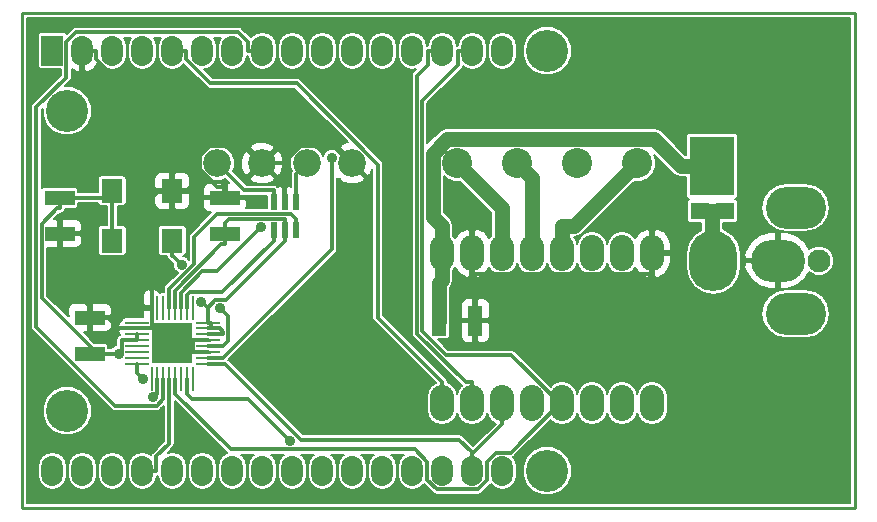
<source format=gbl>
G04 #@! TF.GenerationSoftware,KiCad,Pcbnew,no-vcs-found-36e5906~58~ubuntu16.04.1*
G04 #@! TF.CreationDate,2017-06-16T16:05:32-04:00*
G04 #@! TF.ProjectId,stepper_controller_3x2,737465707065725F636F6E74726F6C6C,1.0*
G04 #@! TF.SameCoordinates,Original
G04 #@! TF.FileFunction,Copper,L2,Bot,Signal*
G04 #@! TF.FilePolarity,Positive*
%FSLAX46Y46*%
G04 Gerber Fmt 4.6, Leading zero omitted, Abs format (unit mm)*
G04 Created by KiCad (PCBNEW no-vcs-found-36e5906~58~ubuntu16.04.1) date Fri Jun 16 16:05:32 2017*
%MOMM*%
%LPD*%
G01*
G04 APERTURE LIST*
%ADD10C,0.100000*%
%ADD11C,0.228600*%
%ADD12C,3.556000*%
%ADD13O,1.854200X2.540000*%
%ADD14R,1.854200X2.540000*%
%ADD15R,2.540000X1.270000*%
%ADD16R,1.800000X2.000000*%
%ADD17R,2.000000X0.250000*%
%ADD18R,0.250000X2.000000*%
%ADD19R,3.400000X3.400000*%
%ADD20R,1.270000X2.540000*%
%ADD21R,3.800000X4.960000*%
%ADD22R,1.600000X1.440000*%
%ADD23C,1.930400*%
%ADD24O,4.572000X3.556000*%
%ADD25O,4.064000X5.080000*%
%ADD26O,5.080000X3.556000*%
%ADD27O,2.032000X3.048000*%
%ADD28C,2.540000*%
%ADD29C,2.340000*%
%ADD30R,0.558800X1.330960*%
%ADD31C,0.889000*%
%ADD32C,0.304800*%
%ADD33C,1.270000*%
%ADD34C,0.203200*%
G04 APERTURE END LIST*
D10*
D11*
X156210000Y-67945000D02*
X85725000Y-67945000D01*
X156210000Y-109855000D02*
X156210000Y-67945000D01*
X85725000Y-109855000D02*
X156210000Y-109855000D01*
X85725000Y-67945000D02*
X85725000Y-109855000D01*
D12*
X130175000Y-71120000D03*
X130175000Y-106680000D03*
X89535000Y-101600000D03*
X89535000Y-76200000D03*
D13*
X88265000Y-106680000D03*
X90805000Y-106680000D03*
X93345000Y-106680000D03*
X95885000Y-106680000D03*
X98425000Y-106680000D03*
X100965000Y-106680000D03*
X103505000Y-106680000D03*
X106045000Y-106680000D03*
X108585000Y-106680000D03*
X111125000Y-106680000D03*
X113665000Y-106680000D03*
X116205000Y-106680000D03*
X118745000Y-106680000D03*
X121285000Y-106680000D03*
X123825000Y-106680000D03*
X126365000Y-106680000D03*
X126365000Y-71120000D03*
X123825000Y-71120000D03*
X121285000Y-71120000D03*
X118745000Y-71120000D03*
X116205000Y-71120000D03*
X113665000Y-71120000D03*
X111125000Y-71120000D03*
X108585000Y-71120000D03*
X106045000Y-71120000D03*
X103505000Y-71120000D03*
X100965000Y-71120000D03*
X98425000Y-71120000D03*
X95885000Y-71120000D03*
D14*
X88265000Y-71120000D03*
D13*
X93345000Y-71120000D03*
X90805000Y-71120000D03*
D15*
X88900000Y-86614000D03*
X88900000Y-83566000D03*
X91440000Y-93726000D03*
X91440000Y-96774000D03*
D16*
X93345000Y-87190000D03*
X98425000Y-87190000D03*
X98425000Y-82990000D03*
X93345000Y-82990000D03*
D17*
X95425000Y-94135000D03*
X95425000Y-94635000D03*
X95425000Y-95135000D03*
X95425000Y-95635000D03*
X95425000Y-96135000D03*
X95425000Y-96635000D03*
X95425000Y-97135000D03*
X95425000Y-97635000D03*
X101425000Y-97635000D03*
X101425000Y-97135000D03*
X101425000Y-96635000D03*
X101425000Y-96135000D03*
X101425000Y-95635000D03*
X101425000Y-95135000D03*
X101425000Y-94635000D03*
X101425000Y-94135000D03*
D18*
X96675000Y-98885000D03*
X97175000Y-98885000D03*
X97675000Y-98885000D03*
X98175000Y-98885000D03*
X98675000Y-98885000D03*
X99175000Y-98885000D03*
X99675000Y-98885000D03*
X100175000Y-98885000D03*
X100175000Y-92885000D03*
X99675000Y-92885000D03*
X99175000Y-92885000D03*
X98675000Y-92885000D03*
X98175000Y-92885000D03*
X97675000Y-92885000D03*
X97175000Y-92885000D03*
X96675000Y-92885000D03*
D19*
X98425000Y-95885000D03*
D20*
X121031000Y-93980000D03*
X124079000Y-93980000D03*
D15*
X102870000Y-83566000D03*
X102870000Y-86614000D03*
D21*
X144145000Y-80895000D03*
D22*
X143080000Y-84695000D03*
X145210000Y-84695000D03*
D23*
X153212800Y-88900000D03*
D24*
X149707600Y-88900000D03*
D25*
X144221200Y-88900000D03*
D26*
X151206200Y-84404200D03*
X151206200Y-93395800D03*
D27*
X139065000Y-88265000D03*
X136525000Y-88265000D03*
X133985000Y-88265000D03*
X131445000Y-88265000D03*
X128905000Y-88265000D03*
X126365000Y-88265000D03*
X123825000Y-88265000D03*
X121285000Y-88265000D03*
X121285000Y-100965000D03*
X123825000Y-100965000D03*
X126365000Y-100965000D03*
X128905000Y-100965000D03*
X131445000Y-100965000D03*
X133985000Y-100965000D03*
X136525000Y-100965000D03*
X139065000Y-100965000D03*
D28*
X132715000Y-80645000D03*
X127635000Y-80645000D03*
X122555000Y-80645000D03*
X137795000Y-80645000D03*
D29*
X113665000Y-80645000D03*
X102235000Y-80645000D03*
X106045000Y-80645000D03*
X109855000Y-80645000D03*
D30*
X107000040Y-83891120D03*
X107950000Y-83891120D03*
X108899960Y-83891120D03*
X108899960Y-86288880D03*
X107950000Y-86288880D03*
X107000040Y-86288880D03*
D31*
X100888000Y-92411800D03*
X93878300Y-96774000D03*
X102434100Y-92918200D03*
X99221600Y-89242900D03*
X105975100Y-86044300D03*
X108421100Y-104165000D03*
X111929800Y-80187000D03*
X95925300Y-98878300D03*
X96829800Y-100441200D03*
D32*
X101425000Y-95635000D02*
X100145600Y-95635000D01*
X101425000Y-96635000D02*
X100145600Y-96635000D01*
X100145600Y-95885000D02*
X98425000Y-95885000D01*
X100145600Y-95635000D02*
X100145600Y-95885000D01*
X100145600Y-95885000D02*
X100145600Y-96635000D01*
X98425000Y-82990000D02*
X97245600Y-82990000D01*
X102870000Y-83566000D02*
X102870000Y-82651600D01*
X107950000Y-80645000D02*
X106045000Y-80645000D01*
X107950000Y-80535100D02*
X107950000Y-80645000D01*
X109319200Y-79165900D02*
X107950000Y-80535100D01*
X112185900Y-79165900D02*
X109319200Y-79165900D01*
X113665000Y-80645000D02*
X112185900Y-79165900D01*
X107950000Y-80645000D02*
X107950000Y-83891100D01*
X91440000Y-93726000D02*
X91440000Y-92811600D01*
X88900000Y-90271600D02*
X88900000Y-86614000D01*
X91440000Y-92811600D02*
X88900000Y-90271600D01*
X124079000Y-93980000D02*
X124079000Y-92430600D01*
X139065000Y-88265000D02*
X139065000Y-90068400D01*
X124079000Y-90068400D02*
X139065000Y-90068400D01*
X124079000Y-92430600D02*
X124079000Y-90068400D01*
X124079000Y-90068400D02*
X123825000Y-90068400D01*
X123825000Y-88265000D02*
X123825000Y-90068400D01*
X93898400Y-94635000D02*
X92989400Y-93726000D01*
X95425000Y-94635000D02*
X93898400Y-94635000D01*
X91440000Y-93726000D02*
X92989400Y-93726000D01*
X96675000Y-92885000D02*
X96679400Y-92885000D01*
X96679400Y-83556200D02*
X96679400Y-92885000D01*
X97245600Y-82990000D02*
X96679400Y-83556200D01*
X95425000Y-94635000D02*
X96704400Y-94635000D01*
X96679400Y-94582600D02*
X96718100Y-94621300D01*
X96679400Y-92885000D02*
X96679400Y-94582600D01*
X97161300Y-94621300D02*
X96718100Y-94621300D01*
X98425000Y-95885000D02*
X97161300Y-94621300D01*
X96718100Y-94621300D02*
X96704400Y-94635000D01*
X98425000Y-82990000D02*
X99604400Y-82990000D01*
X101085000Y-81509400D02*
X99604400Y-82990000D01*
X102227200Y-82651600D02*
X102870000Y-82651600D01*
X101085000Y-81509400D02*
X102227200Y-82651600D01*
X90805000Y-71120000D02*
X92011500Y-71120000D01*
X92011500Y-71805000D02*
X92011500Y-71120000D01*
X100231100Y-80024600D02*
X92011500Y-71805000D01*
X100783700Y-80024600D02*
X100231100Y-80024600D01*
X101592800Y-79215500D02*
X100783700Y-80024600D01*
X104615500Y-79215500D02*
X101592800Y-79215500D01*
X106045000Y-80645000D02*
X104615500Y-79215500D01*
X100783700Y-81208100D02*
X101085000Y-81509400D01*
X100783700Y-80024600D02*
X100783700Y-81208100D01*
X102064700Y-94635000D02*
X101925000Y-94635000D01*
X101425000Y-95135000D02*
X102704400Y-95135000D01*
X102064700Y-94635000D02*
X102431900Y-94635000D01*
X102704400Y-94907500D02*
X102704400Y-95135000D01*
X102431900Y-94635000D02*
X102704400Y-94907500D01*
X95425000Y-95635000D02*
X95425000Y-95135000D01*
X88900000Y-83566000D02*
X90449400Y-83566000D01*
X93345000Y-83566000D02*
X90449400Y-83566000D01*
X93345000Y-82990000D02*
X93345000Y-83566000D01*
X98175000Y-104390000D02*
X98175000Y-98885000D01*
X97091500Y-105473500D02*
X98175000Y-104390000D01*
X97091500Y-106680000D02*
X97091500Y-105473500D01*
X95885000Y-106680000D02*
X97091500Y-106680000D01*
X101687800Y-94135000D02*
X101687800Y-94635000D01*
X101425000Y-94135000D02*
X101687800Y-94135000D01*
X101425000Y-94635000D02*
X101687800Y-94635000D01*
X101687800Y-94635000D02*
X101925000Y-94635000D01*
X95425000Y-95635000D02*
X94145600Y-95635000D01*
X93345000Y-83566000D02*
X93345000Y-87190000D01*
X102592100Y-87528400D02*
X102870000Y-87528400D01*
X98675000Y-91445500D02*
X102592100Y-87528400D01*
X98675000Y-92885000D02*
X98675000Y-91445500D01*
X100957200Y-92411800D02*
X101425000Y-92879600D01*
X100888000Y-92411800D02*
X100957200Y-92411800D01*
X102085300Y-92219300D02*
X101425000Y-92879600D01*
X102964500Y-92219300D02*
X102085300Y-92219300D01*
X107950000Y-87233800D02*
X102964500Y-92219300D01*
X101425000Y-92879600D02*
X101425000Y-94135000D01*
X94145600Y-96506700D02*
X93878300Y-96774000D01*
X94145600Y-95635000D02*
X94145600Y-96506700D01*
X93878300Y-96774000D02*
X92989400Y-96774000D01*
X91440000Y-96774000D02*
X92100500Y-96774000D01*
X92100500Y-96774000D02*
X92989400Y-96774000D01*
X88671400Y-84480400D02*
X88900000Y-84480400D01*
X87375600Y-85776200D02*
X88671400Y-84480400D01*
X87375600Y-92049100D02*
X87375600Y-85776200D01*
X92100500Y-96774000D02*
X87375600Y-92049100D01*
X88900000Y-83566000D02*
X88900000Y-84480400D01*
X102870000Y-86614000D02*
X102870000Y-87528400D01*
X107950000Y-86761300D02*
X107950000Y-87233800D01*
X107950000Y-86761300D02*
X107950000Y-86288900D01*
X103225600Y-85344000D02*
X102870000Y-85699600D01*
X107950000Y-85344000D02*
X103225600Y-85344000D01*
X107950000Y-86288900D02*
X107950000Y-85344000D01*
X102870000Y-86614000D02*
X102870000Y-85699600D01*
X103111200Y-93595300D02*
X102434100Y-92918200D01*
X103111200Y-95728200D02*
X103111200Y-93595300D01*
X102704400Y-96135000D02*
X103111200Y-95728200D01*
X98448100Y-88469400D02*
X98425000Y-88469400D01*
X99221600Y-89242900D02*
X98448100Y-88469400D01*
X98425000Y-87190000D02*
X98425000Y-88469400D01*
X101425000Y-96135000D02*
X102704400Y-96135000D01*
X99631500Y-71857500D02*
X99631500Y-71120000D01*
X101650000Y-73876000D02*
X99631500Y-71857500D01*
X108946900Y-73876000D02*
X101650000Y-73876000D01*
X115837300Y-80766400D02*
X108946900Y-73876000D01*
X115837300Y-93713900D02*
X115837300Y-80766400D01*
X121285000Y-99161600D02*
X115837300Y-93713900D01*
X121285000Y-100965000D02*
X121285000Y-99161600D01*
X98425000Y-71120000D02*
X99631500Y-71120000D01*
X104838500Y-70382600D02*
X104838500Y-71120000D01*
X104031200Y-69575300D02*
X104838500Y-70382600D01*
X90296600Y-69575300D02*
X104031200Y-69575300D01*
X89446500Y-70425400D02*
X90296600Y-69575300D01*
X89446500Y-73389100D02*
X89446500Y-70425400D01*
X86930100Y-75905500D02*
X89446500Y-73389100D01*
X86930100Y-94535200D02*
X86930100Y-75905500D01*
X93566200Y-101171300D02*
X86930100Y-94535200D01*
X97097400Y-101171300D02*
X93566200Y-101171300D01*
X97675000Y-100593700D02*
X97097400Y-101171300D01*
X97675000Y-98885000D02*
X97675000Y-100593700D01*
X106045000Y-71120000D02*
X104838500Y-71120000D01*
X102206600Y-89812800D02*
X105975100Y-86044300D01*
X100967800Y-89812800D02*
X102206600Y-89812800D01*
X99175000Y-91605600D02*
X100967800Y-89812800D01*
X99175000Y-92885000D02*
X99175000Y-91605600D01*
X120078500Y-72326500D02*
X120078500Y-71120000D01*
X119170200Y-73234800D02*
X120078500Y-72326500D01*
X119170200Y-95070400D02*
X119170200Y-73234800D01*
X123261400Y-99161600D02*
X119170200Y-95070400D01*
X123825000Y-99161600D02*
X123261400Y-99161600D01*
X123825000Y-100965000D02*
X123825000Y-99161600D01*
X121285000Y-71120000D02*
X120078500Y-71120000D01*
X100079000Y-100568400D02*
X99675000Y-100164400D01*
X104824600Y-100568400D02*
X100079000Y-100568400D01*
X104824600Y-100568500D02*
X104824600Y-100568400D01*
X108421100Y-104165000D02*
X104824600Y-100568500D01*
X99675000Y-98885000D02*
X99675000Y-100164400D01*
X131445000Y-100965000D02*
X131445000Y-101200400D01*
X98675000Y-98885000D02*
X98675000Y-100164400D01*
X123825000Y-71120000D02*
X122618500Y-71120000D01*
X103379900Y-104869300D02*
X98675000Y-100164400D01*
X118974400Y-104869300D02*
X103379900Y-104869300D01*
X120015000Y-105909900D02*
X118974400Y-104869300D01*
X120015000Y-107426500D02*
X120015000Y-105909900D01*
X120855300Y-108266800D02*
X120015000Y-107426500D01*
X124318000Y-108266800D02*
X120855300Y-108266800D01*
X125095000Y-107489800D02*
X124318000Y-108266800D01*
X125095000Y-105917500D02*
X125095000Y-107489800D01*
X125869400Y-105143100D02*
X125095000Y-105917500D01*
X127079400Y-105143100D02*
X125869400Y-105143100D01*
X131233600Y-100988900D02*
X127079400Y-105143100D01*
X131445000Y-101200400D02*
X131233600Y-100988900D01*
X122618500Y-72326500D02*
X122618500Y-71120000D01*
X119577000Y-75368000D02*
X122618500Y-72326500D01*
X119577000Y-94841400D02*
X119577000Y-75368000D01*
X121616600Y-96881000D02*
X119577000Y-94841400D01*
X127125600Y-96881000D02*
X121616600Y-96881000D01*
X131233600Y-100988900D02*
X127125600Y-96881000D01*
X124002800Y-105130600D02*
X123825000Y-105130600D01*
X126365000Y-102768400D02*
X124002800Y-105130600D01*
X126365000Y-100965000D02*
X126365000Y-102768400D01*
X123825000Y-106680000D02*
X123825000Y-105130600D01*
X101425000Y-97635000D02*
X102704400Y-97635000D01*
X102879400Y-97635000D02*
X102704400Y-97635000D01*
X109294900Y-104050500D02*
X102879400Y-97635000D01*
X122744900Y-104050500D02*
X109294900Y-104050500D01*
X123825000Y-105130600D02*
X122744900Y-104050500D01*
D33*
X121031000Y-90805000D02*
X121031000Y-93980000D01*
X121285000Y-90551000D02*
X121031000Y-90805000D01*
X121285000Y-88265000D02*
X121285000Y-90551000D01*
X120493800Y-85187800D02*
X121285000Y-85979000D01*
X120493800Y-79845500D02*
X120493800Y-85187800D01*
X121718000Y-78621300D02*
X120493800Y-79845500D01*
X139209300Y-78621300D02*
X121718000Y-78621300D01*
X141483000Y-80895000D02*
X139209300Y-78621300D01*
X144145000Y-80895000D02*
X141483000Y-80895000D01*
X121285000Y-88265000D02*
X121285000Y-85979000D01*
D32*
X111929800Y-87909600D02*
X111929800Y-80187000D01*
X102704400Y-97135000D02*
X111929800Y-87909600D01*
X101425000Y-97135000D02*
X102704400Y-97135000D01*
D33*
X128905000Y-81915000D02*
X128905000Y-88265000D01*
X127635000Y-80645000D02*
X128905000Y-81915000D01*
X132461000Y-85979000D02*
X131445000Y-85979000D01*
X137795000Y-80645000D02*
X132461000Y-85979000D01*
X131445000Y-88265000D02*
X131445000Y-85979000D01*
X126365000Y-84455000D02*
X126365000Y-88265000D01*
X122555000Y-80645000D02*
X126365000Y-84455000D01*
D32*
X104536200Y-82946200D02*
X102235000Y-80645000D01*
X107000000Y-82946200D02*
X104536200Y-82946200D01*
X107000000Y-83891100D02*
X107000000Y-82946200D01*
X108900000Y-81600000D02*
X109855000Y-80645000D01*
X108900000Y-83891100D02*
X108900000Y-81600000D01*
X95425000Y-98378000D02*
X95425000Y-97635000D01*
X95925300Y-98878300D02*
X95425000Y-98378000D01*
X97175000Y-98885000D02*
X97175000Y-100164400D01*
X97106600Y-100164400D02*
X96829800Y-100441200D01*
X97175000Y-100164400D02*
X97106600Y-100164400D01*
X99675000Y-91831400D02*
X99675000Y-92885000D01*
X99946100Y-91560300D02*
X99675000Y-91831400D01*
X102673500Y-91560300D02*
X99946100Y-91560300D01*
X107000000Y-87233800D02*
X102673500Y-91560300D01*
X107000000Y-86288900D02*
X107000000Y-87233800D01*
X108900000Y-86288900D02*
X108900000Y-85344000D01*
X108493200Y-84937200D02*
X108900000Y-85344000D01*
X102249900Y-84937200D02*
X108493200Y-84937200D01*
X100303000Y-86884100D02*
X102249900Y-84937200D01*
X100303000Y-89149800D02*
X100303000Y-86884100D01*
X98175000Y-91277800D02*
X100303000Y-89149800D01*
X98175000Y-92885000D02*
X98175000Y-91277800D01*
D33*
X143080000Y-84695000D02*
X144145000Y-84695000D01*
X144145000Y-84695000D02*
X145210000Y-84695000D01*
X144145000Y-88823800D02*
X144183000Y-88861900D01*
X144145000Y-84695000D02*
X144145000Y-88823800D01*
X144183000Y-88861900D02*
X144221000Y-88900000D01*
X144183100Y-88861900D02*
X144221200Y-88900000D01*
X144183000Y-88861900D02*
X144183100Y-88861900D01*
D34*
G36*
X155790900Y-109435900D02*
X86144100Y-109435900D01*
X86144100Y-106306248D01*
X87033100Y-106306248D01*
X87033100Y-107053752D01*
X87126873Y-107525180D01*
X87393915Y-107924837D01*
X87793572Y-108191879D01*
X88265000Y-108285652D01*
X88736428Y-108191879D01*
X89136085Y-107924837D01*
X89403127Y-107525180D01*
X89496900Y-107053752D01*
X89496900Y-106306248D01*
X89573100Y-106306248D01*
X89573100Y-107053752D01*
X89666873Y-107525180D01*
X89933915Y-107924837D01*
X90333572Y-108191879D01*
X90805000Y-108285652D01*
X91276428Y-108191879D01*
X91676085Y-107924837D01*
X91943127Y-107525180D01*
X92036900Y-107053752D01*
X92036900Y-106306248D01*
X92113100Y-106306248D01*
X92113100Y-107053752D01*
X92206873Y-107525180D01*
X92473915Y-107924837D01*
X92873572Y-108191879D01*
X93345000Y-108285652D01*
X93816428Y-108191879D01*
X94216085Y-107924837D01*
X94483127Y-107525180D01*
X94576900Y-107053752D01*
X94576900Y-106306248D01*
X94483127Y-105834820D01*
X94216085Y-105435163D01*
X93816428Y-105168121D01*
X93345000Y-105074348D01*
X92873572Y-105168121D01*
X92473915Y-105435163D01*
X92206873Y-105834820D01*
X92113100Y-106306248D01*
X92036900Y-106306248D01*
X91943127Y-105834820D01*
X91676085Y-105435163D01*
X91276428Y-105168121D01*
X90805000Y-105074348D01*
X90333572Y-105168121D01*
X89933915Y-105435163D01*
X89666873Y-105834820D01*
X89573100Y-106306248D01*
X89496900Y-106306248D01*
X89403127Y-105834820D01*
X89136085Y-105435163D01*
X88736428Y-105168121D01*
X88265000Y-105074348D01*
X87793572Y-105168121D01*
X87393915Y-105435163D01*
X87126873Y-105834820D01*
X87033100Y-106306248D01*
X86144100Y-106306248D01*
X86144100Y-102012477D01*
X87451840Y-102012477D01*
X87768259Y-102778270D01*
X88353648Y-103364682D01*
X89118888Y-103682437D01*
X89947477Y-103683160D01*
X90713270Y-103366741D01*
X91299682Y-102781352D01*
X91617437Y-102016112D01*
X91618160Y-101187523D01*
X91301741Y-100421730D01*
X90716352Y-99835318D01*
X89951112Y-99517563D01*
X89122523Y-99516840D01*
X88356730Y-99833259D01*
X87770318Y-100418648D01*
X87452563Y-101183888D01*
X87451840Y-102012477D01*
X86144100Y-102012477D01*
X86144100Y-75905500D01*
X86472900Y-75905500D01*
X86472900Y-94535200D01*
X86507702Y-94710163D01*
X86606811Y-94858489D01*
X93242911Y-101494589D01*
X93391237Y-101593698D01*
X93566200Y-101628500D01*
X97097400Y-101628500D01*
X97272363Y-101593698D01*
X97420689Y-101494589D01*
X97717800Y-101197478D01*
X97717800Y-104200622D01*
X96768211Y-105150211D01*
X96669102Y-105298537D01*
X96655318Y-105367833D01*
X96356428Y-105168121D01*
X95885000Y-105074348D01*
X95413572Y-105168121D01*
X95013915Y-105435163D01*
X94746873Y-105834820D01*
X94653100Y-106306248D01*
X94653100Y-107053752D01*
X94746873Y-107525180D01*
X95013915Y-107924837D01*
X95413572Y-108191879D01*
X95885000Y-108285652D01*
X96356428Y-108191879D01*
X96756085Y-107924837D01*
X97023127Y-107525180D01*
X97100664Y-107135377D01*
X97205200Y-107114584D01*
X97286873Y-107525180D01*
X97553915Y-107924837D01*
X97953572Y-108191879D01*
X98425000Y-108285652D01*
X98896428Y-108191879D01*
X99296085Y-107924837D01*
X99563127Y-107525180D01*
X99656900Y-107053752D01*
X99656900Y-106306248D01*
X99733100Y-106306248D01*
X99733100Y-107053752D01*
X99826873Y-107525180D01*
X100093915Y-107924837D01*
X100493572Y-108191879D01*
X100965000Y-108285652D01*
X101436428Y-108191879D01*
X101836085Y-107924837D01*
X102103127Y-107525180D01*
X102196900Y-107053752D01*
X102196900Y-106306248D01*
X102103127Y-105834820D01*
X101836085Y-105435163D01*
X101436428Y-105168121D01*
X100965000Y-105074348D01*
X100493572Y-105168121D01*
X100093915Y-105435163D01*
X99826873Y-105834820D01*
X99733100Y-106306248D01*
X99656900Y-106306248D01*
X99563127Y-105834820D01*
X99296085Y-105435163D01*
X98896428Y-105168121D01*
X98425000Y-105074348D01*
X98065776Y-105145802D01*
X98498289Y-104713289D01*
X98597398Y-104564963D01*
X98612649Y-104488289D01*
X98632200Y-104390000D01*
X98632200Y-100768178D01*
X103032715Y-105168693D01*
X102633915Y-105435163D01*
X102366873Y-105834820D01*
X102273100Y-106306248D01*
X102273100Y-107053752D01*
X102366873Y-107525180D01*
X102633915Y-107924837D01*
X103033572Y-108191879D01*
X103505000Y-108285652D01*
X103976428Y-108191879D01*
X104376085Y-107924837D01*
X104643127Y-107525180D01*
X104736900Y-107053752D01*
X104736900Y-106306248D01*
X104643127Y-105834820D01*
X104376085Y-105435163D01*
X104213459Y-105326500D01*
X105336541Y-105326500D01*
X105173915Y-105435163D01*
X104906873Y-105834820D01*
X104813100Y-106306248D01*
X104813100Y-107053752D01*
X104906873Y-107525180D01*
X105173915Y-107924837D01*
X105573572Y-108191879D01*
X106045000Y-108285652D01*
X106516428Y-108191879D01*
X106916085Y-107924837D01*
X107183127Y-107525180D01*
X107276900Y-107053752D01*
X107276900Y-106306248D01*
X107183127Y-105834820D01*
X106916085Y-105435163D01*
X106753459Y-105326500D01*
X107876541Y-105326500D01*
X107713915Y-105435163D01*
X107446873Y-105834820D01*
X107353100Y-106306248D01*
X107353100Y-107053752D01*
X107446873Y-107525180D01*
X107713915Y-107924837D01*
X108113572Y-108191879D01*
X108585000Y-108285652D01*
X109056428Y-108191879D01*
X109456085Y-107924837D01*
X109723127Y-107525180D01*
X109816900Y-107053752D01*
X109816900Y-106306248D01*
X109723127Y-105834820D01*
X109456085Y-105435163D01*
X109293459Y-105326500D01*
X110416541Y-105326500D01*
X110253915Y-105435163D01*
X109986873Y-105834820D01*
X109893100Y-106306248D01*
X109893100Y-107053752D01*
X109986873Y-107525180D01*
X110253915Y-107924837D01*
X110653572Y-108191879D01*
X111125000Y-108285652D01*
X111596428Y-108191879D01*
X111996085Y-107924837D01*
X112263127Y-107525180D01*
X112356900Y-107053752D01*
X112356900Y-106306248D01*
X112263127Y-105834820D01*
X111996085Y-105435163D01*
X111833459Y-105326500D01*
X112956541Y-105326500D01*
X112793915Y-105435163D01*
X112526873Y-105834820D01*
X112433100Y-106306248D01*
X112433100Y-107053752D01*
X112526873Y-107525180D01*
X112793915Y-107924837D01*
X113193572Y-108191879D01*
X113665000Y-108285652D01*
X114136428Y-108191879D01*
X114536085Y-107924837D01*
X114803127Y-107525180D01*
X114896900Y-107053752D01*
X114896900Y-106306248D01*
X114803127Y-105834820D01*
X114536085Y-105435163D01*
X114373459Y-105326500D01*
X115496541Y-105326500D01*
X115333915Y-105435163D01*
X115066873Y-105834820D01*
X114973100Y-106306248D01*
X114973100Y-107053752D01*
X115066873Y-107525180D01*
X115333915Y-107924837D01*
X115733572Y-108191879D01*
X116205000Y-108285652D01*
X116676428Y-108191879D01*
X117076085Y-107924837D01*
X117343127Y-107525180D01*
X117436900Y-107053752D01*
X117436900Y-106306248D01*
X117343127Y-105834820D01*
X117076085Y-105435163D01*
X116913459Y-105326500D01*
X118036541Y-105326500D01*
X117873915Y-105435163D01*
X117606873Y-105834820D01*
X117513100Y-106306248D01*
X117513100Y-107053752D01*
X117606873Y-107525180D01*
X117873915Y-107924837D01*
X118273572Y-108191879D01*
X118745000Y-108285652D01*
X119216428Y-108191879D01*
X119616085Y-107924837D01*
X119716491Y-107774569D01*
X120532011Y-108590089D01*
X120680337Y-108689198D01*
X120855300Y-108724000D01*
X124318000Y-108724000D01*
X124492963Y-108689198D01*
X124641289Y-108590089D01*
X125418289Y-107813089D01*
X125418768Y-107812372D01*
X125493915Y-107924837D01*
X125893572Y-108191879D01*
X126365000Y-108285652D01*
X126836428Y-108191879D01*
X127236085Y-107924837D01*
X127503127Y-107525180D01*
X127589197Y-107092477D01*
X128091840Y-107092477D01*
X128408259Y-107858270D01*
X128993648Y-108444682D01*
X129758888Y-108762437D01*
X130587477Y-108763160D01*
X131353270Y-108446741D01*
X131939682Y-107861352D01*
X132257437Y-107096112D01*
X132258160Y-106267523D01*
X131941741Y-105501730D01*
X131356352Y-104915318D01*
X130591112Y-104597563D01*
X129762523Y-104596840D01*
X128996730Y-104913259D01*
X128410318Y-105498648D01*
X128092563Y-106263888D01*
X128091840Y-107092477D01*
X127589197Y-107092477D01*
X127596900Y-107053752D01*
X127596900Y-106306248D01*
X127503127Y-105834820D01*
X127301933Y-105533712D01*
X127402689Y-105466389D01*
X130477107Y-102391971D01*
X130511053Y-102442775D01*
X130939552Y-102729088D01*
X131445000Y-102829628D01*
X131950448Y-102729088D01*
X132378947Y-102442775D01*
X132665260Y-102014276D01*
X132715000Y-101764216D01*
X132764740Y-102014276D01*
X133051053Y-102442775D01*
X133479552Y-102729088D01*
X133985000Y-102829628D01*
X134490448Y-102729088D01*
X134918947Y-102442775D01*
X135205260Y-102014276D01*
X135255000Y-101764216D01*
X135304740Y-102014276D01*
X135591053Y-102442775D01*
X136019552Y-102729088D01*
X136525000Y-102829628D01*
X137030448Y-102729088D01*
X137458947Y-102442775D01*
X137745260Y-102014276D01*
X137795000Y-101764216D01*
X137844740Y-102014276D01*
X138131053Y-102442775D01*
X138559552Y-102729088D01*
X139065000Y-102829628D01*
X139570448Y-102729088D01*
X139998947Y-102442775D01*
X140285260Y-102014276D01*
X140385800Y-101508828D01*
X140385800Y-100421172D01*
X140285260Y-99915724D01*
X139998947Y-99487225D01*
X139570448Y-99200912D01*
X139065000Y-99100372D01*
X138559552Y-99200912D01*
X138131053Y-99487225D01*
X137844740Y-99915724D01*
X137795000Y-100165784D01*
X137745260Y-99915724D01*
X137458947Y-99487225D01*
X137030448Y-99200912D01*
X136525000Y-99100372D01*
X136019552Y-99200912D01*
X135591053Y-99487225D01*
X135304740Y-99915724D01*
X135255000Y-100165784D01*
X135205260Y-99915724D01*
X134918947Y-99487225D01*
X134490448Y-99200912D01*
X133985000Y-99100372D01*
X133479552Y-99200912D01*
X133051053Y-99487225D01*
X132764740Y-99915724D01*
X132715000Y-100165784D01*
X132665260Y-99915724D01*
X132378947Y-99487225D01*
X131950448Y-99200912D01*
X131445000Y-99100372D01*
X130939552Y-99200912D01*
X130511053Y-99487225D01*
X130457951Y-99566699D01*
X127448885Y-96557707D01*
X127372546Y-96506700D01*
X127300563Y-96458602D01*
X127300560Y-96458601D01*
X127300558Y-96458600D01*
X127220556Y-96442688D01*
X127125600Y-96423800D01*
X121805978Y-96423800D01*
X120942949Y-95560771D01*
X121666000Y-95560771D01*
X121784927Y-95537115D01*
X121885748Y-95469748D01*
X121953115Y-95368927D01*
X121976771Y-95250000D01*
X121976771Y-94284800D01*
X122834400Y-94284800D01*
X122834400Y-95371257D01*
X122927206Y-95595311D01*
X123098689Y-95766794D01*
X123322743Y-95859600D01*
X123774200Y-95859600D01*
X123926600Y-95707200D01*
X123926600Y-94132400D01*
X124231400Y-94132400D01*
X124231400Y-95707200D01*
X124383800Y-95859600D01*
X124835257Y-95859600D01*
X125059311Y-95766794D01*
X125230794Y-95595311D01*
X125323600Y-95371257D01*
X125323600Y-94284800D01*
X125171200Y-94132400D01*
X124231400Y-94132400D01*
X123926600Y-94132400D01*
X122986800Y-94132400D01*
X122834400Y-94284800D01*
X121976771Y-94284800D01*
X121976771Y-92710000D01*
X121970800Y-92679982D01*
X121970800Y-92588743D01*
X122834400Y-92588743D01*
X122834400Y-93675200D01*
X122986800Y-93827600D01*
X123926600Y-93827600D01*
X123926600Y-92252800D01*
X124231400Y-92252800D01*
X124231400Y-93827600D01*
X125171200Y-93827600D01*
X125323600Y-93675200D01*
X125323600Y-93395800D01*
X148305667Y-93395800D01*
X148464211Y-94192853D01*
X148915705Y-94868562D01*
X149591414Y-95320056D01*
X150388467Y-95478600D01*
X152023933Y-95478600D01*
X152820986Y-95320056D01*
X153496695Y-94868562D01*
X153948189Y-94192853D01*
X154106733Y-93395800D01*
X153948189Y-92598747D01*
X153496695Y-91923038D01*
X152820986Y-91471544D01*
X152023933Y-91313000D01*
X150388467Y-91313000D01*
X149591414Y-91471544D01*
X148915705Y-91923038D01*
X148464211Y-92598747D01*
X148305667Y-93395800D01*
X125323600Y-93395800D01*
X125323600Y-92588743D01*
X125230794Y-92364689D01*
X125059311Y-92193206D01*
X124835257Y-92100400D01*
X124383800Y-92100400D01*
X124231400Y-92252800D01*
X123926600Y-92252800D01*
X123774200Y-92100400D01*
X123322743Y-92100400D01*
X123098689Y-92193206D01*
X122927206Y-92364689D01*
X122834400Y-92588743D01*
X121970800Y-92588743D01*
X121970800Y-91183720D01*
X122153262Y-90910646D01*
X122224800Y-90551000D01*
X122224800Y-89734015D01*
X122373970Y-89510766D01*
X122381462Y-89535889D01*
X122783290Y-90030236D01*
X123343709Y-90333180D01*
X123421297Y-90347674D01*
X123672600Y-90238296D01*
X123672600Y-88417400D01*
X123652600Y-88417400D01*
X123652600Y-88112600D01*
X123672600Y-88112600D01*
X123672600Y-86291704D01*
X123421297Y-86182326D01*
X123343709Y-86196820D01*
X122783290Y-86499764D01*
X122381462Y-86994111D01*
X122373970Y-87019234D01*
X122224800Y-86795985D01*
X122224800Y-85979000D01*
X122153262Y-85619354D01*
X121949539Y-85314461D01*
X121433600Y-84798522D01*
X121433600Y-81750690D01*
X121661783Y-81979272D01*
X122240379Y-82219526D01*
X122800937Y-82220015D01*
X125425200Y-84844278D01*
X125425200Y-86795985D01*
X125276030Y-87019234D01*
X125268538Y-86994111D01*
X124866710Y-86499764D01*
X124306291Y-86196820D01*
X124228703Y-86182326D01*
X123977400Y-86291704D01*
X123977400Y-88112600D01*
X123997400Y-88112600D01*
X123997400Y-88417400D01*
X123977400Y-88417400D01*
X123977400Y-90238296D01*
X124228703Y-90347674D01*
X124306291Y-90333180D01*
X124866710Y-90030236D01*
X125268538Y-89535889D01*
X125276030Y-89510766D01*
X125431053Y-89742775D01*
X125859552Y-90029088D01*
X126365000Y-90129628D01*
X126870448Y-90029088D01*
X127298947Y-89742775D01*
X127585260Y-89314276D01*
X127635000Y-89064216D01*
X127684740Y-89314276D01*
X127971053Y-89742775D01*
X128399552Y-90029088D01*
X128905000Y-90129628D01*
X129410448Y-90029088D01*
X129838947Y-89742775D01*
X130125260Y-89314276D01*
X130175000Y-89064216D01*
X130224740Y-89314276D01*
X130511053Y-89742775D01*
X130939552Y-90029088D01*
X131445000Y-90129628D01*
X131950448Y-90029088D01*
X132378947Y-89742775D01*
X132665260Y-89314276D01*
X132715000Y-89064216D01*
X132764740Y-89314276D01*
X133051053Y-89742775D01*
X133479552Y-90029088D01*
X133985000Y-90129628D01*
X134490448Y-90029088D01*
X134918947Y-89742775D01*
X135205260Y-89314276D01*
X135255000Y-89064216D01*
X135304740Y-89314276D01*
X135591053Y-89742775D01*
X136019552Y-90029088D01*
X136525000Y-90129628D01*
X137030448Y-90029088D01*
X137458947Y-89742775D01*
X137613970Y-89510766D01*
X137621462Y-89535889D01*
X138023290Y-90030236D01*
X138583709Y-90333180D01*
X138661297Y-90347674D01*
X138912600Y-90238296D01*
X138912600Y-88417400D01*
X139217400Y-88417400D01*
X139217400Y-90238296D01*
X139468703Y-90347674D01*
X139546291Y-90333180D01*
X140106710Y-90030236D01*
X140508538Y-89535889D01*
X140690600Y-88925400D01*
X140690600Y-88417400D01*
X139217400Y-88417400D01*
X138912600Y-88417400D01*
X138892600Y-88417400D01*
X138892600Y-88112600D01*
X138912600Y-88112600D01*
X138912600Y-86291704D01*
X139217400Y-86291704D01*
X139217400Y-88112600D01*
X140690600Y-88112600D01*
X140690600Y-87604600D01*
X140508538Y-86994111D01*
X140106710Y-86499764D01*
X139546291Y-86196820D01*
X139468703Y-86182326D01*
X139217400Y-86291704D01*
X138912600Y-86291704D01*
X138661297Y-86182326D01*
X138583709Y-86196820D01*
X138023290Y-86499764D01*
X137621462Y-86994111D01*
X137613970Y-87019234D01*
X137458947Y-86787225D01*
X137030448Y-86500912D01*
X136525000Y-86400372D01*
X136019552Y-86500912D01*
X135591053Y-86787225D01*
X135304740Y-87215724D01*
X135255000Y-87465784D01*
X135205260Y-87215724D01*
X134918947Y-86787225D01*
X134490448Y-86500912D01*
X133985000Y-86400372D01*
X133479552Y-86500912D01*
X133051053Y-86787225D01*
X132764740Y-87215724D01*
X132715000Y-87465784D01*
X132665260Y-87215724D01*
X132466175Y-86917771D01*
X132820646Y-86847262D01*
X133125539Y-86643539D01*
X137549492Y-82219586D01*
X138106873Y-82220073D01*
X138685887Y-81980829D01*
X139129272Y-81538217D01*
X139369526Y-80959621D01*
X139370073Y-80333127D01*
X139213772Y-79954850D01*
X140818461Y-81559539D01*
X141123354Y-81763262D01*
X141483000Y-81834800D01*
X141934229Y-81834800D01*
X141934229Y-83375000D01*
X141957885Y-83493927D01*
X142025252Y-83594748D01*
X142126073Y-83662115D01*
X142208350Y-83678481D01*
X142161073Y-83687885D01*
X142060252Y-83755252D01*
X141992885Y-83856073D01*
X141969229Y-83975000D01*
X141969229Y-85415000D01*
X141992885Y-85533927D01*
X142060252Y-85634748D01*
X142161073Y-85702115D01*
X142280000Y-85725771D01*
X143205200Y-85725771D01*
X143205200Y-86258693D01*
X142568833Y-86683900D01*
X142062278Y-87442012D01*
X141884400Y-88336267D01*
X141884400Y-89463733D01*
X142062278Y-90357988D01*
X142568833Y-91116100D01*
X143326945Y-91622655D01*
X144221200Y-91800533D01*
X145115455Y-91622655D01*
X145873567Y-91116100D01*
X146380122Y-90357988D01*
X146558000Y-89463733D01*
X146558000Y-89423265D01*
X146870045Y-89423265D01*
X146935425Y-89672896D01*
X147403549Y-90480525D01*
X148145106Y-91047534D01*
X149047200Y-91287600D01*
X149555200Y-91287600D01*
X149555200Y-89052400D01*
X146969602Y-89052400D01*
X146870045Y-89423265D01*
X146558000Y-89423265D01*
X146558000Y-88376735D01*
X146870045Y-88376735D01*
X146969602Y-88747600D01*
X149555200Y-88747600D01*
X149555200Y-86512400D01*
X149860000Y-86512400D01*
X149860000Y-88747600D01*
X149880000Y-88747600D01*
X149880000Y-89052400D01*
X149860000Y-89052400D01*
X149860000Y-91287600D01*
X150368000Y-91287600D01*
X151270094Y-91047534D01*
X152011651Y-90480525D01*
X152373277Y-89856632D01*
X152492463Y-89976026D01*
X152959073Y-90169779D01*
X153464310Y-90170220D01*
X153931258Y-89977282D01*
X154288826Y-89620337D01*
X154482579Y-89153727D01*
X154483020Y-88648490D01*
X154290082Y-88181542D01*
X153933137Y-87823974D01*
X153466527Y-87630221D01*
X152961290Y-87629780D01*
X152494342Y-87822718D01*
X152373352Y-87943498D01*
X152011651Y-87319475D01*
X151270094Y-86752466D01*
X150368000Y-86512400D01*
X149860000Y-86512400D01*
X149555200Y-86512400D01*
X149047200Y-86512400D01*
X148145106Y-86752466D01*
X147403549Y-87319475D01*
X146935425Y-88127104D01*
X146870045Y-88376735D01*
X146558000Y-88376735D01*
X146558000Y-88336267D01*
X146380122Y-87442012D01*
X145873567Y-86683900D01*
X145115455Y-86177345D01*
X145084800Y-86171247D01*
X145084800Y-85725771D01*
X146010000Y-85725771D01*
X146128927Y-85702115D01*
X146229748Y-85634748D01*
X146297115Y-85533927D01*
X146320771Y-85415000D01*
X146320771Y-84404200D01*
X148305667Y-84404200D01*
X148464211Y-85201253D01*
X148915705Y-85876962D01*
X149591414Y-86328456D01*
X150388467Y-86487000D01*
X152023933Y-86487000D01*
X152820986Y-86328456D01*
X153496695Y-85876962D01*
X153948189Y-85201253D01*
X154106733Y-84404200D01*
X153948189Y-83607147D01*
X153496695Y-82931438D01*
X152820986Y-82479944D01*
X152023933Y-82321400D01*
X150388467Y-82321400D01*
X149591414Y-82479944D01*
X148915705Y-82931438D01*
X148464211Y-83607147D01*
X148305667Y-84404200D01*
X146320771Y-84404200D01*
X146320771Y-83975000D01*
X146297115Y-83856073D01*
X146229748Y-83755252D01*
X146128927Y-83687885D01*
X146081650Y-83678481D01*
X146163927Y-83662115D01*
X146264748Y-83594748D01*
X146332115Y-83493927D01*
X146355771Y-83375000D01*
X146355771Y-78415000D01*
X146332115Y-78296073D01*
X146264748Y-78195252D01*
X146163927Y-78127885D01*
X146045000Y-78104229D01*
X142245000Y-78104229D01*
X142126073Y-78127885D01*
X142025252Y-78195252D01*
X141957885Y-78296073D01*
X141934229Y-78415000D01*
X141934229Y-79955200D01*
X141872278Y-79955200D01*
X139873839Y-77956761D01*
X139568946Y-77753038D01*
X139209300Y-77681500D01*
X121718000Y-77681500D01*
X121358354Y-77753038D01*
X121053461Y-77956761D01*
X120034200Y-78976022D01*
X120034200Y-75557378D01*
X122941790Y-72649789D01*
X123040898Y-72501463D01*
X123054682Y-72432167D01*
X123353572Y-72631879D01*
X123825000Y-72725652D01*
X124296428Y-72631879D01*
X124696085Y-72364837D01*
X124963127Y-71965180D01*
X125056900Y-71493752D01*
X125056900Y-70746248D01*
X125133100Y-70746248D01*
X125133100Y-71493752D01*
X125226873Y-71965180D01*
X125493915Y-72364837D01*
X125893572Y-72631879D01*
X126365000Y-72725652D01*
X126836428Y-72631879D01*
X127236085Y-72364837D01*
X127503127Y-71965180D01*
X127589197Y-71532477D01*
X128091840Y-71532477D01*
X128408259Y-72298270D01*
X128993648Y-72884682D01*
X129758888Y-73202437D01*
X130587477Y-73203160D01*
X131353270Y-72886741D01*
X131939682Y-72301352D01*
X132257437Y-71536112D01*
X132258160Y-70707523D01*
X131941741Y-69941730D01*
X131356352Y-69355318D01*
X130591112Y-69037563D01*
X129762523Y-69036840D01*
X128996730Y-69353259D01*
X128410318Y-69938648D01*
X128092563Y-70703888D01*
X128091840Y-71532477D01*
X127589197Y-71532477D01*
X127596900Y-71493752D01*
X127596900Y-70746248D01*
X127503127Y-70274820D01*
X127236085Y-69875163D01*
X126836428Y-69608121D01*
X126365000Y-69514348D01*
X125893572Y-69608121D01*
X125493915Y-69875163D01*
X125226873Y-70274820D01*
X125133100Y-70746248D01*
X125056900Y-70746248D01*
X124963127Y-70274820D01*
X124696085Y-69875163D01*
X124296428Y-69608121D01*
X123825000Y-69514348D01*
X123353572Y-69608121D01*
X122953915Y-69875163D01*
X122686873Y-70274820D01*
X122609336Y-70664623D01*
X122504800Y-70685416D01*
X122423127Y-70274820D01*
X122156085Y-69875163D01*
X121756428Y-69608121D01*
X121285000Y-69514348D01*
X120813572Y-69608121D01*
X120413915Y-69875163D01*
X120146873Y-70274820D01*
X120069336Y-70664623D01*
X119964800Y-70685416D01*
X119883127Y-70274820D01*
X119616085Y-69875163D01*
X119216428Y-69608121D01*
X118745000Y-69514348D01*
X118273572Y-69608121D01*
X117873915Y-69875163D01*
X117606873Y-70274820D01*
X117513100Y-70746248D01*
X117513100Y-71493752D01*
X117606873Y-71965180D01*
X117873915Y-72364837D01*
X118273572Y-72631879D01*
X118745000Y-72725652D01*
X119104224Y-72654198D01*
X118846911Y-72911511D01*
X118747802Y-73059837D01*
X118713000Y-73234800D01*
X118713000Y-95070400D01*
X118747802Y-95245363D01*
X118846911Y-95393689D01*
X122920662Y-99467441D01*
X122891053Y-99487225D01*
X122604740Y-99915724D01*
X122555000Y-100165784D01*
X122505260Y-99915724D01*
X122218947Y-99487225D01*
X121790448Y-99200912D01*
X121742200Y-99191315D01*
X121742200Y-99161600D01*
X121707398Y-98986637D01*
X121608289Y-98838311D01*
X116294500Y-93524522D01*
X116294500Y-80766400D01*
X116259698Y-80591437D01*
X116160589Y-80443111D01*
X109270189Y-73552711D01*
X109121863Y-73453602D01*
X108946900Y-73418800D01*
X101839378Y-73418800D01*
X101116162Y-72695584D01*
X101436428Y-72631879D01*
X101836085Y-72364837D01*
X102103127Y-71965180D01*
X102196900Y-71493752D01*
X102196900Y-70746248D01*
X102103127Y-70274820D01*
X101941214Y-70032500D01*
X102528786Y-70032500D01*
X102366873Y-70274820D01*
X102273100Y-70746248D01*
X102273100Y-71493752D01*
X102366873Y-71965180D01*
X102633915Y-72364837D01*
X103033572Y-72631879D01*
X103505000Y-72725652D01*
X103976428Y-72631879D01*
X104376085Y-72364837D01*
X104643127Y-71965180D01*
X104724800Y-71554584D01*
X104829336Y-71575377D01*
X104906873Y-71965180D01*
X105173915Y-72364837D01*
X105573572Y-72631879D01*
X106045000Y-72725652D01*
X106516428Y-72631879D01*
X106916085Y-72364837D01*
X107183127Y-71965180D01*
X107276900Y-71493752D01*
X107276900Y-70746248D01*
X107353100Y-70746248D01*
X107353100Y-71493752D01*
X107446873Y-71965180D01*
X107713915Y-72364837D01*
X108113572Y-72631879D01*
X108585000Y-72725652D01*
X109056428Y-72631879D01*
X109456085Y-72364837D01*
X109723127Y-71965180D01*
X109816900Y-71493752D01*
X109816900Y-70746248D01*
X109893100Y-70746248D01*
X109893100Y-71493752D01*
X109986873Y-71965180D01*
X110253915Y-72364837D01*
X110653572Y-72631879D01*
X111125000Y-72725652D01*
X111596428Y-72631879D01*
X111996085Y-72364837D01*
X112263127Y-71965180D01*
X112356900Y-71493752D01*
X112356900Y-70746248D01*
X112433100Y-70746248D01*
X112433100Y-71493752D01*
X112526873Y-71965180D01*
X112793915Y-72364837D01*
X113193572Y-72631879D01*
X113665000Y-72725652D01*
X114136428Y-72631879D01*
X114536085Y-72364837D01*
X114803127Y-71965180D01*
X114896900Y-71493752D01*
X114896900Y-70746248D01*
X114973100Y-70746248D01*
X114973100Y-71493752D01*
X115066873Y-71965180D01*
X115333915Y-72364837D01*
X115733572Y-72631879D01*
X116205000Y-72725652D01*
X116676428Y-72631879D01*
X117076085Y-72364837D01*
X117343127Y-71965180D01*
X117436900Y-71493752D01*
X117436900Y-70746248D01*
X117343127Y-70274820D01*
X117076085Y-69875163D01*
X116676428Y-69608121D01*
X116205000Y-69514348D01*
X115733572Y-69608121D01*
X115333915Y-69875163D01*
X115066873Y-70274820D01*
X114973100Y-70746248D01*
X114896900Y-70746248D01*
X114803127Y-70274820D01*
X114536085Y-69875163D01*
X114136428Y-69608121D01*
X113665000Y-69514348D01*
X113193572Y-69608121D01*
X112793915Y-69875163D01*
X112526873Y-70274820D01*
X112433100Y-70746248D01*
X112356900Y-70746248D01*
X112263127Y-70274820D01*
X111996085Y-69875163D01*
X111596428Y-69608121D01*
X111125000Y-69514348D01*
X110653572Y-69608121D01*
X110253915Y-69875163D01*
X109986873Y-70274820D01*
X109893100Y-70746248D01*
X109816900Y-70746248D01*
X109723127Y-70274820D01*
X109456085Y-69875163D01*
X109056428Y-69608121D01*
X108585000Y-69514348D01*
X108113572Y-69608121D01*
X107713915Y-69875163D01*
X107446873Y-70274820D01*
X107353100Y-70746248D01*
X107276900Y-70746248D01*
X107183127Y-70274820D01*
X106916085Y-69875163D01*
X106516428Y-69608121D01*
X106045000Y-69514348D01*
X105573572Y-69608121D01*
X105173915Y-69875163D01*
X105095299Y-69992821D01*
X104354489Y-69252011D01*
X104206163Y-69152902D01*
X104031200Y-69118100D01*
X90296600Y-69118100D01*
X90121637Y-69152902D01*
X89973311Y-69252011D01*
X89481709Y-69743613D01*
X89479215Y-69731073D01*
X89411848Y-69630252D01*
X89311027Y-69562885D01*
X89192100Y-69539229D01*
X87337900Y-69539229D01*
X87218973Y-69562885D01*
X87118152Y-69630252D01*
X87050785Y-69731073D01*
X87027129Y-69850000D01*
X87027129Y-72390000D01*
X87050785Y-72508927D01*
X87118152Y-72609748D01*
X87218973Y-72677115D01*
X87337900Y-72700771D01*
X88989300Y-72700771D01*
X88989300Y-73199722D01*
X86606811Y-75582211D01*
X86507702Y-75730537D01*
X86472900Y-75905500D01*
X86144100Y-75905500D01*
X86144100Y-68364100D01*
X155790900Y-68364100D01*
X155790900Y-109435900D01*
X155790900Y-109435900D01*
G37*
X155790900Y-109435900D02*
X86144100Y-109435900D01*
X86144100Y-106306248D01*
X87033100Y-106306248D01*
X87033100Y-107053752D01*
X87126873Y-107525180D01*
X87393915Y-107924837D01*
X87793572Y-108191879D01*
X88265000Y-108285652D01*
X88736428Y-108191879D01*
X89136085Y-107924837D01*
X89403127Y-107525180D01*
X89496900Y-107053752D01*
X89496900Y-106306248D01*
X89573100Y-106306248D01*
X89573100Y-107053752D01*
X89666873Y-107525180D01*
X89933915Y-107924837D01*
X90333572Y-108191879D01*
X90805000Y-108285652D01*
X91276428Y-108191879D01*
X91676085Y-107924837D01*
X91943127Y-107525180D01*
X92036900Y-107053752D01*
X92036900Y-106306248D01*
X92113100Y-106306248D01*
X92113100Y-107053752D01*
X92206873Y-107525180D01*
X92473915Y-107924837D01*
X92873572Y-108191879D01*
X93345000Y-108285652D01*
X93816428Y-108191879D01*
X94216085Y-107924837D01*
X94483127Y-107525180D01*
X94576900Y-107053752D01*
X94576900Y-106306248D01*
X94483127Y-105834820D01*
X94216085Y-105435163D01*
X93816428Y-105168121D01*
X93345000Y-105074348D01*
X92873572Y-105168121D01*
X92473915Y-105435163D01*
X92206873Y-105834820D01*
X92113100Y-106306248D01*
X92036900Y-106306248D01*
X91943127Y-105834820D01*
X91676085Y-105435163D01*
X91276428Y-105168121D01*
X90805000Y-105074348D01*
X90333572Y-105168121D01*
X89933915Y-105435163D01*
X89666873Y-105834820D01*
X89573100Y-106306248D01*
X89496900Y-106306248D01*
X89403127Y-105834820D01*
X89136085Y-105435163D01*
X88736428Y-105168121D01*
X88265000Y-105074348D01*
X87793572Y-105168121D01*
X87393915Y-105435163D01*
X87126873Y-105834820D01*
X87033100Y-106306248D01*
X86144100Y-106306248D01*
X86144100Y-102012477D01*
X87451840Y-102012477D01*
X87768259Y-102778270D01*
X88353648Y-103364682D01*
X89118888Y-103682437D01*
X89947477Y-103683160D01*
X90713270Y-103366741D01*
X91299682Y-102781352D01*
X91617437Y-102016112D01*
X91618160Y-101187523D01*
X91301741Y-100421730D01*
X90716352Y-99835318D01*
X89951112Y-99517563D01*
X89122523Y-99516840D01*
X88356730Y-99833259D01*
X87770318Y-100418648D01*
X87452563Y-101183888D01*
X87451840Y-102012477D01*
X86144100Y-102012477D01*
X86144100Y-75905500D01*
X86472900Y-75905500D01*
X86472900Y-94535200D01*
X86507702Y-94710163D01*
X86606811Y-94858489D01*
X93242911Y-101494589D01*
X93391237Y-101593698D01*
X93566200Y-101628500D01*
X97097400Y-101628500D01*
X97272363Y-101593698D01*
X97420689Y-101494589D01*
X97717800Y-101197478D01*
X97717800Y-104200622D01*
X96768211Y-105150211D01*
X96669102Y-105298537D01*
X96655318Y-105367833D01*
X96356428Y-105168121D01*
X95885000Y-105074348D01*
X95413572Y-105168121D01*
X95013915Y-105435163D01*
X94746873Y-105834820D01*
X94653100Y-106306248D01*
X94653100Y-107053752D01*
X94746873Y-107525180D01*
X95013915Y-107924837D01*
X95413572Y-108191879D01*
X95885000Y-108285652D01*
X96356428Y-108191879D01*
X96756085Y-107924837D01*
X97023127Y-107525180D01*
X97100664Y-107135377D01*
X97205200Y-107114584D01*
X97286873Y-107525180D01*
X97553915Y-107924837D01*
X97953572Y-108191879D01*
X98425000Y-108285652D01*
X98896428Y-108191879D01*
X99296085Y-107924837D01*
X99563127Y-107525180D01*
X99656900Y-107053752D01*
X99656900Y-106306248D01*
X99733100Y-106306248D01*
X99733100Y-107053752D01*
X99826873Y-107525180D01*
X100093915Y-107924837D01*
X100493572Y-108191879D01*
X100965000Y-108285652D01*
X101436428Y-108191879D01*
X101836085Y-107924837D01*
X102103127Y-107525180D01*
X102196900Y-107053752D01*
X102196900Y-106306248D01*
X102103127Y-105834820D01*
X101836085Y-105435163D01*
X101436428Y-105168121D01*
X100965000Y-105074348D01*
X100493572Y-105168121D01*
X100093915Y-105435163D01*
X99826873Y-105834820D01*
X99733100Y-106306248D01*
X99656900Y-106306248D01*
X99563127Y-105834820D01*
X99296085Y-105435163D01*
X98896428Y-105168121D01*
X98425000Y-105074348D01*
X98065776Y-105145802D01*
X98498289Y-104713289D01*
X98597398Y-104564963D01*
X98612649Y-104488289D01*
X98632200Y-104390000D01*
X98632200Y-100768178D01*
X103032715Y-105168693D01*
X102633915Y-105435163D01*
X102366873Y-105834820D01*
X102273100Y-106306248D01*
X102273100Y-107053752D01*
X102366873Y-107525180D01*
X102633915Y-107924837D01*
X103033572Y-108191879D01*
X103505000Y-108285652D01*
X103976428Y-108191879D01*
X104376085Y-107924837D01*
X104643127Y-107525180D01*
X104736900Y-107053752D01*
X104736900Y-106306248D01*
X104643127Y-105834820D01*
X104376085Y-105435163D01*
X104213459Y-105326500D01*
X105336541Y-105326500D01*
X105173915Y-105435163D01*
X104906873Y-105834820D01*
X104813100Y-106306248D01*
X104813100Y-107053752D01*
X104906873Y-107525180D01*
X105173915Y-107924837D01*
X105573572Y-108191879D01*
X106045000Y-108285652D01*
X106516428Y-108191879D01*
X106916085Y-107924837D01*
X107183127Y-107525180D01*
X107276900Y-107053752D01*
X107276900Y-106306248D01*
X107183127Y-105834820D01*
X106916085Y-105435163D01*
X106753459Y-105326500D01*
X107876541Y-105326500D01*
X107713915Y-105435163D01*
X107446873Y-105834820D01*
X107353100Y-106306248D01*
X107353100Y-107053752D01*
X107446873Y-107525180D01*
X107713915Y-107924837D01*
X108113572Y-108191879D01*
X108585000Y-108285652D01*
X109056428Y-108191879D01*
X109456085Y-107924837D01*
X109723127Y-107525180D01*
X109816900Y-107053752D01*
X109816900Y-106306248D01*
X109723127Y-105834820D01*
X109456085Y-105435163D01*
X109293459Y-105326500D01*
X110416541Y-105326500D01*
X110253915Y-105435163D01*
X109986873Y-105834820D01*
X109893100Y-106306248D01*
X109893100Y-107053752D01*
X109986873Y-107525180D01*
X110253915Y-107924837D01*
X110653572Y-108191879D01*
X111125000Y-108285652D01*
X111596428Y-108191879D01*
X111996085Y-107924837D01*
X112263127Y-107525180D01*
X112356900Y-107053752D01*
X112356900Y-106306248D01*
X112263127Y-105834820D01*
X111996085Y-105435163D01*
X111833459Y-105326500D01*
X112956541Y-105326500D01*
X112793915Y-105435163D01*
X112526873Y-105834820D01*
X112433100Y-106306248D01*
X112433100Y-107053752D01*
X112526873Y-107525180D01*
X112793915Y-107924837D01*
X113193572Y-108191879D01*
X113665000Y-108285652D01*
X114136428Y-108191879D01*
X114536085Y-107924837D01*
X114803127Y-107525180D01*
X114896900Y-107053752D01*
X114896900Y-106306248D01*
X114803127Y-105834820D01*
X114536085Y-105435163D01*
X114373459Y-105326500D01*
X115496541Y-105326500D01*
X115333915Y-105435163D01*
X115066873Y-105834820D01*
X114973100Y-106306248D01*
X114973100Y-107053752D01*
X115066873Y-107525180D01*
X115333915Y-107924837D01*
X115733572Y-108191879D01*
X116205000Y-108285652D01*
X116676428Y-108191879D01*
X117076085Y-107924837D01*
X117343127Y-107525180D01*
X117436900Y-107053752D01*
X117436900Y-106306248D01*
X117343127Y-105834820D01*
X117076085Y-105435163D01*
X116913459Y-105326500D01*
X118036541Y-105326500D01*
X117873915Y-105435163D01*
X117606873Y-105834820D01*
X117513100Y-106306248D01*
X117513100Y-107053752D01*
X117606873Y-107525180D01*
X117873915Y-107924837D01*
X118273572Y-108191879D01*
X118745000Y-108285652D01*
X119216428Y-108191879D01*
X119616085Y-107924837D01*
X119716491Y-107774569D01*
X120532011Y-108590089D01*
X120680337Y-108689198D01*
X120855300Y-108724000D01*
X124318000Y-108724000D01*
X124492963Y-108689198D01*
X124641289Y-108590089D01*
X125418289Y-107813089D01*
X125418768Y-107812372D01*
X125493915Y-107924837D01*
X125893572Y-108191879D01*
X126365000Y-108285652D01*
X126836428Y-108191879D01*
X127236085Y-107924837D01*
X127503127Y-107525180D01*
X127589197Y-107092477D01*
X128091840Y-107092477D01*
X128408259Y-107858270D01*
X128993648Y-108444682D01*
X129758888Y-108762437D01*
X130587477Y-108763160D01*
X131353270Y-108446741D01*
X131939682Y-107861352D01*
X132257437Y-107096112D01*
X132258160Y-106267523D01*
X131941741Y-105501730D01*
X131356352Y-104915318D01*
X130591112Y-104597563D01*
X129762523Y-104596840D01*
X128996730Y-104913259D01*
X128410318Y-105498648D01*
X128092563Y-106263888D01*
X128091840Y-107092477D01*
X127589197Y-107092477D01*
X127596900Y-107053752D01*
X127596900Y-106306248D01*
X127503127Y-105834820D01*
X127301933Y-105533712D01*
X127402689Y-105466389D01*
X130477107Y-102391971D01*
X130511053Y-102442775D01*
X130939552Y-102729088D01*
X131445000Y-102829628D01*
X131950448Y-102729088D01*
X132378947Y-102442775D01*
X132665260Y-102014276D01*
X132715000Y-101764216D01*
X132764740Y-102014276D01*
X133051053Y-102442775D01*
X133479552Y-102729088D01*
X133985000Y-102829628D01*
X134490448Y-102729088D01*
X134918947Y-102442775D01*
X135205260Y-102014276D01*
X135255000Y-101764216D01*
X135304740Y-102014276D01*
X135591053Y-102442775D01*
X136019552Y-102729088D01*
X136525000Y-102829628D01*
X137030448Y-102729088D01*
X137458947Y-102442775D01*
X137745260Y-102014276D01*
X137795000Y-101764216D01*
X137844740Y-102014276D01*
X138131053Y-102442775D01*
X138559552Y-102729088D01*
X139065000Y-102829628D01*
X139570448Y-102729088D01*
X139998947Y-102442775D01*
X140285260Y-102014276D01*
X140385800Y-101508828D01*
X140385800Y-100421172D01*
X140285260Y-99915724D01*
X139998947Y-99487225D01*
X139570448Y-99200912D01*
X139065000Y-99100372D01*
X138559552Y-99200912D01*
X138131053Y-99487225D01*
X137844740Y-99915724D01*
X137795000Y-100165784D01*
X137745260Y-99915724D01*
X137458947Y-99487225D01*
X137030448Y-99200912D01*
X136525000Y-99100372D01*
X136019552Y-99200912D01*
X135591053Y-99487225D01*
X135304740Y-99915724D01*
X135255000Y-100165784D01*
X135205260Y-99915724D01*
X134918947Y-99487225D01*
X134490448Y-99200912D01*
X133985000Y-99100372D01*
X133479552Y-99200912D01*
X133051053Y-99487225D01*
X132764740Y-99915724D01*
X132715000Y-100165784D01*
X132665260Y-99915724D01*
X132378947Y-99487225D01*
X131950448Y-99200912D01*
X131445000Y-99100372D01*
X130939552Y-99200912D01*
X130511053Y-99487225D01*
X130457951Y-99566699D01*
X127448885Y-96557707D01*
X127372546Y-96506700D01*
X127300563Y-96458602D01*
X127300560Y-96458601D01*
X127300558Y-96458600D01*
X127220556Y-96442688D01*
X127125600Y-96423800D01*
X121805978Y-96423800D01*
X120942949Y-95560771D01*
X121666000Y-95560771D01*
X121784927Y-95537115D01*
X121885748Y-95469748D01*
X121953115Y-95368927D01*
X121976771Y-95250000D01*
X121976771Y-94284800D01*
X122834400Y-94284800D01*
X122834400Y-95371257D01*
X122927206Y-95595311D01*
X123098689Y-95766794D01*
X123322743Y-95859600D01*
X123774200Y-95859600D01*
X123926600Y-95707200D01*
X123926600Y-94132400D01*
X124231400Y-94132400D01*
X124231400Y-95707200D01*
X124383800Y-95859600D01*
X124835257Y-95859600D01*
X125059311Y-95766794D01*
X125230794Y-95595311D01*
X125323600Y-95371257D01*
X125323600Y-94284800D01*
X125171200Y-94132400D01*
X124231400Y-94132400D01*
X123926600Y-94132400D01*
X122986800Y-94132400D01*
X122834400Y-94284800D01*
X121976771Y-94284800D01*
X121976771Y-92710000D01*
X121970800Y-92679982D01*
X121970800Y-92588743D01*
X122834400Y-92588743D01*
X122834400Y-93675200D01*
X122986800Y-93827600D01*
X123926600Y-93827600D01*
X123926600Y-92252800D01*
X124231400Y-92252800D01*
X124231400Y-93827600D01*
X125171200Y-93827600D01*
X125323600Y-93675200D01*
X125323600Y-93395800D01*
X148305667Y-93395800D01*
X148464211Y-94192853D01*
X148915705Y-94868562D01*
X149591414Y-95320056D01*
X150388467Y-95478600D01*
X152023933Y-95478600D01*
X152820986Y-95320056D01*
X153496695Y-94868562D01*
X153948189Y-94192853D01*
X154106733Y-93395800D01*
X153948189Y-92598747D01*
X153496695Y-91923038D01*
X152820986Y-91471544D01*
X152023933Y-91313000D01*
X150388467Y-91313000D01*
X149591414Y-91471544D01*
X148915705Y-91923038D01*
X148464211Y-92598747D01*
X148305667Y-93395800D01*
X125323600Y-93395800D01*
X125323600Y-92588743D01*
X125230794Y-92364689D01*
X125059311Y-92193206D01*
X124835257Y-92100400D01*
X124383800Y-92100400D01*
X124231400Y-92252800D01*
X123926600Y-92252800D01*
X123774200Y-92100400D01*
X123322743Y-92100400D01*
X123098689Y-92193206D01*
X122927206Y-92364689D01*
X122834400Y-92588743D01*
X121970800Y-92588743D01*
X121970800Y-91183720D01*
X122153262Y-90910646D01*
X122224800Y-90551000D01*
X122224800Y-89734015D01*
X122373970Y-89510766D01*
X122381462Y-89535889D01*
X122783290Y-90030236D01*
X123343709Y-90333180D01*
X123421297Y-90347674D01*
X123672600Y-90238296D01*
X123672600Y-88417400D01*
X123652600Y-88417400D01*
X123652600Y-88112600D01*
X123672600Y-88112600D01*
X123672600Y-86291704D01*
X123421297Y-86182326D01*
X123343709Y-86196820D01*
X122783290Y-86499764D01*
X122381462Y-86994111D01*
X122373970Y-87019234D01*
X122224800Y-86795985D01*
X122224800Y-85979000D01*
X122153262Y-85619354D01*
X121949539Y-85314461D01*
X121433600Y-84798522D01*
X121433600Y-81750690D01*
X121661783Y-81979272D01*
X122240379Y-82219526D01*
X122800937Y-82220015D01*
X125425200Y-84844278D01*
X125425200Y-86795985D01*
X125276030Y-87019234D01*
X125268538Y-86994111D01*
X124866710Y-86499764D01*
X124306291Y-86196820D01*
X124228703Y-86182326D01*
X123977400Y-86291704D01*
X123977400Y-88112600D01*
X123997400Y-88112600D01*
X123997400Y-88417400D01*
X123977400Y-88417400D01*
X123977400Y-90238296D01*
X124228703Y-90347674D01*
X124306291Y-90333180D01*
X124866710Y-90030236D01*
X125268538Y-89535889D01*
X125276030Y-89510766D01*
X125431053Y-89742775D01*
X125859552Y-90029088D01*
X126365000Y-90129628D01*
X126870448Y-90029088D01*
X127298947Y-89742775D01*
X127585260Y-89314276D01*
X127635000Y-89064216D01*
X127684740Y-89314276D01*
X127971053Y-89742775D01*
X128399552Y-90029088D01*
X128905000Y-90129628D01*
X129410448Y-90029088D01*
X129838947Y-89742775D01*
X130125260Y-89314276D01*
X130175000Y-89064216D01*
X130224740Y-89314276D01*
X130511053Y-89742775D01*
X130939552Y-90029088D01*
X131445000Y-90129628D01*
X131950448Y-90029088D01*
X132378947Y-89742775D01*
X132665260Y-89314276D01*
X132715000Y-89064216D01*
X132764740Y-89314276D01*
X133051053Y-89742775D01*
X133479552Y-90029088D01*
X133985000Y-90129628D01*
X134490448Y-90029088D01*
X134918947Y-89742775D01*
X135205260Y-89314276D01*
X135255000Y-89064216D01*
X135304740Y-89314276D01*
X135591053Y-89742775D01*
X136019552Y-90029088D01*
X136525000Y-90129628D01*
X137030448Y-90029088D01*
X137458947Y-89742775D01*
X137613970Y-89510766D01*
X137621462Y-89535889D01*
X138023290Y-90030236D01*
X138583709Y-90333180D01*
X138661297Y-90347674D01*
X138912600Y-90238296D01*
X138912600Y-88417400D01*
X139217400Y-88417400D01*
X139217400Y-90238296D01*
X139468703Y-90347674D01*
X139546291Y-90333180D01*
X140106710Y-90030236D01*
X140508538Y-89535889D01*
X140690600Y-88925400D01*
X140690600Y-88417400D01*
X139217400Y-88417400D01*
X138912600Y-88417400D01*
X138892600Y-88417400D01*
X138892600Y-88112600D01*
X138912600Y-88112600D01*
X138912600Y-86291704D01*
X139217400Y-86291704D01*
X139217400Y-88112600D01*
X140690600Y-88112600D01*
X140690600Y-87604600D01*
X140508538Y-86994111D01*
X140106710Y-86499764D01*
X139546291Y-86196820D01*
X139468703Y-86182326D01*
X139217400Y-86291704D01*
X138912600Y-86291704D01*
X138661297Y-86182326D01*
X138583709Y-86196820D01*
X138023290Y-86499764D01*
X137621462Y-86994111D01*
X137613970Y-87019234D01*
X137458947Y-86787225D01*
X137030448Y-86500912D01*
X136525000Y-86400372D01*
X136019552Y-86500912D01*
X135591053Y-86787225D01*
X135304740Y-87215724D01*
X135255000Y-87465784D01*
X135205260Y-87215724D01*
X134918947Y-86787225D01*
X134490448Y-86500912D01*
X133985000Y-86400372D01*
X133479552Y-86500912D01*
X133051053Y-86787225D01*
X132764740Y-87215724D01*
X132715000Y-87465784D01*
X132665260Y-87215724D01*
X132466175Y-86917771D01*
X132820646Y-86847262D01*
X133125539Y-86643539D01*
X137549492Y-82219586D01*
X138106873Y-82220073D01*
X138685887Y-81980829D01*
X139129272Y-81538217D01*
X139369526Y-80959621D01*
X139370073Y-80333127D01*
X139213772Y-79954850D01*
X140818461Y-81559539D01*
X141123354Y-81763262D01*
X141483000Y-81834800D01*
X141934229Y-81834800D01*
X141934229Y-83375000D01*
X141957885Y-83493927D01*
X142025252Y-83594748D01*
X142126073Y-83662115D01*
X142208350Y-83678481D01*
X142161073Y-83687885D01*
X142060252Y-83755252D01*
X141992885Y-83856073D01*
X141969229Y-83975000D01*
X141969229Y-85415000D01*
X141992885Y-85533927D01*
X142060252Y-85634748D01*
X142161073Y-85702115D01*
X142280000Y-85725771D01*
X143205200Y-85725771D01*
X143205200Y-86258693D01*
X142568833Y-86683900D01*
X142062278Y-87442012D01*
X141884400Y-88336267D01*
X141884400Y-89463733D01*
X142062278Y-90357988D01*
X142568833Y-91116100D01*
X143326945Y-91622655D01*
X144221200Y-91800533D01*
X145115455Y-91622655D01*
X145873567Y-91116100D01*
X146380122Y-90357988D01*
X146558000Y-89463733D01*
X146558000Y-89423265D01*
X146870045Y-89423265D01*
X146935425Y-89672896D01*
X147403549Y-90480525D01*
X148145106Y-91047534D01*
X149047200Y-91287600D01*
X149555200Y-91287600D01*
X149555200Y-89052400D01*
X146969602Y-89052400D01*
X146870045Y-89423265D01*
X146558000Y-89423265D01*
X146558000Y-88376735D01*
X146870045Y-88376735D01*
X146969602Y-88747600D01*
X149555200Y-88747600D01*
X149555200Y-86512400D01*
X149860000Y-86512400D01*
X149860000Y-88747600D01*
X149880000Y-88747600D01*
X149880000Y-89052400D01*
X149860000Y-89052400D01*
X149860000Y-91287600D01*
X150368000Y-91287600D01*
X151270094Y-91047534D01*
X152011651Y-90480525D01*
X152373277Y-89856632D01*
X152492463Y-89976026D01*
X152959073Y-90169779D01*
X153464310Y-90170220D01*
X153931258Y-89977282D01*
X154288826Y-89620337D01*
X154482579Y-89153727D01*
X154483020Y-88648490D01*
X154290082Y-88181542D01*
X153933137Y-87823974D01*
X153466527Y-87630221D01*
X152961290Y-87629780D01*
X152494342Y-87822718D01*
X152373352Y-87943498D01*
X152011651Y-87319475D01*
X151270094Y-86752466D01*
X150368000Y-86512400D01*
X149860000Y-86512400D01*
X149555200Y-86512400D01*
X149047200Y-86512400D01*
X148145106Y-86752466D01*
X147403549Y-87319475D01*
X146935425Y-88127104D01*
X146870045Y-88376735D01*
X146558000Y-88376735D01*
X146558000Y-88336267D01*
X146380122Y-87442012D01*
X145873567Y-86683900D01*
X145115455Y-86177345D01*
X145084800Y-86171247D01*
X145084800Y-85725771D01*
X146010000Y-85725771D01*
X146128927Y-85702115D01*
X146229748Y-85634748D01*
X146297115Y-85533927D01*
X146320771Y-85415000D01*
X146320771Y-84404200D01*
X148305667Y-84404200D01*
X148464211Y-85201253D01*
X148915705Y-85876962D01*
X149591414Y-86328456D01*
X150388467Y-86487000D01*
X152023933Y-86487000D01*
X152820986Y-86328456D01*
X153496695Y-85876962D01*
X153948189Y-85201253D01*
X154106733Y-84404200D01*
X153948189Y-83607147D01*
X153496695Y-82931438D01*
X152820986Y-82479944D01*
X152023933Y-82321400D01*
X150388467Y-82321400D01*
X149591414Y-82479944D01*
X148915705Y-82931438D01*
X148464211Y-83607147D01*
X148305667Y-84404200D01*
X146320771Y-84404200D01*
X146320771Y-83975000D01*
X146297115Y-83856073D01*
X146229748Y-83755252D01*
X146128927Y-83687885D01*
X146081650Y-83678481D01*
X146163927Y-83662115D01*
X146264748Y-83594748D01*
X146332115Y-83493927D01*
X146355771Y-83375000D01*
X146355771Y-78415000D01*
X146332115Y-78296073D01*
X146264748Y-78195252D01*
X146163927Y-78127885D01*
X146045000Y-78104229D01*
X142245000Y-78104229D01*
X142126073Y-78127885D01*
X142025252Y-78195252D01*
X141957885Y-78296073D01*
X141934229Y-78415000D01*
X141934229Y-79955200D01*
X141872278Y-79955200D01*
X139873839Y-77956761D01*
X139568946Y-77753038D01*
X139209300Y-77681500D01*
X121718000Y-77681500D01*
X121358354Y-77753038D01*
X121053461Y-77956761D01*
X120034200Y-78976022D01*
X120034200Y-75557378D01*
X122941790Y-72649789D01*
X123040898Y-72501463D01*
X123054682Y-72432167D01*
X123353572Y-72631879D01*
X123825000Y-72725652D01*
X124296428Y-72631879D01*
X124696085Y-72364837D01*
X124963127Y-71965180D01*
X125056900Y-71493752D01*
X125056900Y-70746248D01*
X125133100Y-70746248D01*
X125133100Y-71493752D01*
X125226873Y-71965180D01*
X125493915Y-72364837D01*
X125893572Y-72631879D01*
X126365000Y-72725652D01*
X126836428Y-72631879D01*
X127236085Y-72364837D01*
X127503127Y-71965180D01*
X127589197Y-71532477D01*
X128091840Y-71532477D01*
X128408259Y-72298270D01*
X128993648Y-72884682D01*
X129758888Y-73202437D01*
X130587477Y-73203160D01*
X131353270Y-72886741D01*
X131939682Y-72301352D01*
X132257437Y-71536112D01*
X132258160Y-70707523D01*
X131941741Y-69941730D01*
X131356352Y-69355318D01*
X130591112Y-69037563D01*
X129762523Y-69036840D01*
X128996730Y-69353259D01*
X128410318Y-69938648D01*
X128092563Y-70703888D01*
X128091840Y-71532477D01*
X127589197Y-71532477D01*
X127596900Y-71493752D01*
X127596900Y-70746248D01*
X127503127Y-70274820D01*
X127236085Y-69875163D01*
X126836428Y-69608121D01*
X126365000Y-69514348D01*
X125893572Y-69608121D01*
X125493915Y-69875163D01*
X125226873Y-70274820D01*
X125133100Y-70746248D01*
X125056900Y-70746248D01*
X124963127Y-70274820D01*
X124696085Y-69875163D01*
X124296428Y-69608121D01*
X123825000Y-69514348D01*
X123353572Y-69608121D01*
X122953915Y-69875163D01*
X122686873Y-70274820D01*
X122609336Y-70664623D01*
X122504800Y-70685416D01*
X122423127Y-70274820D01*
X122156085Y-69875163D01*
X121756428Y-69608121D01*
X121285000Y-69514348D01*
X120813572Y-69608121D01*
X120413915Y-69875163D01*
X120146873Y-70274820D01*
X120069336Y-70664623D01*
X119964800Y-70685416D01*
X119883127Y-70274820D01*
X119616085Y-69875163D01*
X119216428Y-69608121D01*
X118745000Y-69514348D01*
X118273572Y-69608121D01*
X117873915Y-69875163D01*
X117606873Y-70274820D01*
X117513100Y-70746248D01*
X117513100Y-71493752D01*
X117606873Y-71965180D01*
X117873915Y-72364837D01*
X118273572Y-72631879D01*
X118745000Y-72725652D01*
X119104224Y-72654198D01*
X118846911Y-72911511D01*
X118747802Y-73059837D01*
X118713000Y-73234800D01*
X118713000Y-95070400D01*
X118747802Y-95245363D01*
X118846911Y-95393689D01*
X122920662Y-99467441D01*
X122891053Y-99487225D01*
X122604740Y-99915724D01*
X122555000Y-100165784D01*
X122505260Y-99915724D01*
X122218947Y-99487225D01*
X121790448Y-99200912D01*
X121742200Y-99191315D01*
X121742200Y-99161600D01*
X121707398Y-98986637D01*
X121608289Y-98838311D01*
X116294500Y-93524522D01*
X116294500Y-80766400D01*
X116259698Y-80591437D01*
X116160589Y-80443111D01*
X109270189Y-73552711D01*
X109121863Y-73453602D01*
X108946900Y-73418800D01*
X101839378Y-73418800D01*
X101116162Y-72695584D01*
X101436428Y-72631879D01*
X101836085Y-72364837D01*
X102103127Y-71965180D01*
X102196900Y-71493752D01*
X102196900Y-70746248D01*
X102103127Y-70274820D01*
X101941214Y-70032500D01*
X102528786Y-70032500D01*
X102366873Y-70274820D01*
X102273100Y-70746248D01*
X102273100Y-71493752D01*
X102366873Y-71965180D01*
X102633915Y-72364837D01*
X103033572Y-72631879D01*
X103505000Y-72725652D01*
X103976428Y-72631879D01*
X104376085Y-72364837D01*
X104643127Y-71965180D01*
X104724800Y-71554584D01*
X104829336Y-71575377D01*
X104906873Y-71965180D01*
X105173915Y-72364837D01*
X105573572Y-72631879D01*
X106045000Y-72725652D01*
X106516428Y-72631879D01*
X106916085Y-72364837D01*
X107183127Y-71965180D01*
X107276900Y-71493752D01*
X107276900Y-70746248D01*
X107353100Y-70746248D01*
X107353100Y-71493752D01*
X107446873Y-71965180D01*
X107713915Y-72364837D01*
X108113572Y-72631879D01*
X108585000Y-72725652D01*
X109056428Y-72631879D01*
X109456085Y-72364837D01*
X109723127Y-71965180D01*
X109816900Y-71493752D01*
X109816900Y-70746248D01*
X109893100Y-70746248D01*
X109893100Y-71493752D01*
X109986873Y-71965180D01*
X110253915Y-72364837D01*
X110653572Y-72631879D01*
X111125000Y-72725652D01*
X111596428Y-72631879D01*
X111996085Y-72364837D01*
X112263127Y-71965180D01*
X112356900Y-71493752D01*
X112356900Y-70746248D01*
X112433100Y-70746248D01*
X112433100Y-71493752D01*
X112526873Y-71965180D01*
X112793915Y-72364837D01*
X113193572Y-72631879D01*
X113665000Y-72725652D01*
X114136428Y-72631879D01*
X114536085Y-72364837D01*
X114803127Y-71965180D01*
X114896900Y-71493752D01*
X114896900Y-70746248D01*
X114973100Y-70746248D01*
X114973100Y-71493752D01*
X115066873Y-71965180D01*
X115333915Y-72364837D01*
X115733572Y-72631879D01*
X116205000Y-72725652D01*
X116676428Y-72631879D01*
X117076085Y-72364837D01*
X117343127Y-71965180D01*
X117436900Y-71493752D01*
X117436900Y-70746248D01*
X117343127Y-70274820D01*
X117076085Y-69875163D01*
X116676428Y-69608121D01*
X116205000Y-69514348D01*
X115733572Y-69608121D01*
X115333915Y-69875163D01*
X115066873Y-70274820D01*
X114973100Y-70746248D01*
X114896900Y-70746248D01*
X114803127Y-70274820D01*
X114536085Y-69875163D01*
X114136428Y-69608121D01*
X113665000Y-69514348D01*
X113193572Y-69608121D01*
X112793915Y-69875163D01*
X112526873Y-70274820D01*
X112433100Y-70746248D01*
X112356900Y-70746248D01*
X112263127Y-70274820D01*
X111996085Y-69875163D01*
X111596428Y-69608121D01*
X111125000Y-69514348D01*
X110653572Y-69608121D01*
X110253915Y-69875163D01*
X109986873Y-70274820D01*
X109893100Y-70746248D01*
X109816900Y-70746248D01*
X109723127Y-70274820D01*
X109456085Y-69875163D01*
X109056428Y-69608121D01*
X108585000Y-69514348D01*
X108113572Y-69608121D01*
X107713915Y-69875163D01*
X107446873Y-70274820D01*
X107353100Y-70746248D01*
X107276900Y-70746248D01*
X107183127Y-70274820D01*
X106916085Y-69875163D01*
X106516428Y-69608121D01*
X106045000Y-69514348D01*
X105573572Y-69608121D01*
X105173915Y-69875163D01*
X105095299Y-69992821D01*
X104354489Y-69252011D01*
X104206163Y-69152902D01*
X104031200Y-69118100D01*
X90296600Y-69118100D01*
X90121637Y-69152902D01*
X89973311Y-69252011D01*
X89481709Y-69743613D01*
X89479215Y-69731073D01*
X89411848Y-69630252D01*
X89311027Y-69562885D01*
X89192100Y-69539229D01*
X87337900Y-69539229D01*
X87218973Y-69562885D01*
X87118152Y-69630252D01*
X87050785Y-69731073D01*
X87027129Y-69850000D01*
X87027129Y-72390000D01*
X87050785Y-72508927D01*
X87118152Y-72609748D01*
X87218973Y-72677115D01*
X87337900Y-72700771D01*
X88989300Y-72700771D01*
X88989300Y-73199722D01*
X86606811Y-75582211D01*
X86507702Y-75730537D01*
X86472900Y-75905500D01*
X86144100Y-75905500D01*
X86144100Y-68364100D01*
X155790900Y-68364100D01*
X155790900Y-109435900D01*
G36*
X94746873Y-70274820D02*
X94653100Y-70746248D01*
X94653100Y-71493752D01*
X94746873Y-71965180D01*
X95013915Y-72364837D01*
X95413572Y-72631879D01*
X95885000Y-72725652D01*
X96356428Y-72631879D01*
X96756085Y-72364837D01*
X97023127Y-71965180D01*
X97116900Y-71493752D01*
X97116900Y-70746248D01*
X97023127Y-70274820D01*
X96861214Y-70032500D01*
X97448786Y-70032500D01*
X97286873Y-70274820D01*
X97193100Y-70746248D01*
X97193100Y-71493752D01*
X97286873Y-71965180D01*
X97553915Y-72364837D01*
X97953572Y-72631879D01*
X98425000Y-72725652D01*
X98896428Y-72631879D01*
X99296085Y-72364837D01*
X99374661Y-72247239D01*
X101326711Y-74199289D01*
X101475037Y-74298398D01*
X101650000Y-74333200D01*
X108757522Y-74333200D01*
X113304119Y-78879797D01*
X113231634Y-78883048D01*
X112725548Y-79092676D01*
X112602458Y-79366931D01*
X113665000Y-80429474D01*
X113679143Y-80415332D01*
X113894669Y-80630858D01*
X113880526Y-80645000D01*
X114943069Y-81707542D01*
X115217324Y-81584452D01*
X115380100Y-81135569D01*
X115380100Y-93713900D01*
X115414902Y-93888863D01*
X115514011Y-94037189D01*
X120718516Y-99241694D01*
X120351053Y-99487225D01*
X120064740Y-99915724D01*
X119964200Y-100421172D01*
X119964200Y-101508828D01*
X120064740Y-102014276D01*
X120351053Y-102442775D01*
X120779552Y-102729088D01*
X121285000Y-102829628D01*
X121790448Y-102729088D01*
X122218947Y-102442775D01*
X122505260Y-102014276D01*
X122555000Y-101764216D01*
X122604740Y-102014276D01*
X122891053Y-102442775D01*
X123319552Y-102729088D01*
X123825000Y-102829628D01*
X124330448Y-102729088D01*
X124758947Y-102442775D01*
X125045260Y-102014276D01*
X125095000Y-101764216D01*
X125144740Y-102014276D01*
X125431053Y-102442775D01*
X125798516Y-102688306D01*
X123913900Y-104572922D01*
X123068189Y-103727211D01*
X122919863Y-103628102D01*
X122744900Y-103593300D01*
X109484278Y-103593300D01*
X103202689Y-97311711D01*
X103185651Y-97300327D01*
X112253089Y-88232889D01*
X112352198Y-88084563D01*
X112387000Y-87909600D01*
X112387000Y-81930225D01*
X112491152Y-82034377D01*
X112602459Y-81923070D01*
X112725548Y-82197324D01*
X113391109Y-82438673D01*
X114098366Y-82406952D01*
X114604452Y-82197324D01*
X114727542Y-81923069D01*
X113665000Y-80860526D01*
X113650858Y-80874669D01*
X113435331Y-80659142D01*
X113449474Y-80645000D01*
X112386931Y-79582458D01*
X112385639Y-79583038D01*
X112354799Y-79552144D01*
X112079499Y-79437830D01*
X111781409Y-79437570D01*
X111505910Y-79551404D01*
X111294944Y-79762001D01*
X111190158Y-80014354D01*
X111106004Y-79810684D01*
X110691498Y-79395454D01*
X110149643Y-79170457D01*
X109562931Y-79169945D01*
X109020684Y-79393996D01*
X108605454Y-79808502D01*
X108380457Y-80350357D01*
X108379945Y-80937069D01*
X108541843Y-81328894D01*
X108477602Y-81425037D01*
X108442800Y-81600000D01*
X108442800Y-82654207D01*
X108350657Y-82616040D01*
X108242100Y-82616040D01*
X108089700Y-82768440D01*
X108089700Y-83738720D01*
X108122400Y-83738720D01*
X108122400Y-84043520D01*
X108089700Y-84043520D01*
X108089700Y-84063520D01*
X107810300Y-84063520D01*
X107810300Y-84043520D01*
X107777600Y-84043520D01*
X107777600Y-83738720D01*
X107810300Y-83738720D01*
X107810300Y-82768440D01*
X107657900Y-82616040D01*
X107549343Y-82616040D01*
X107368696Y-82690866D01*
X107323289Y-82622911D01*
X107174963Y-82523802D01*
X107000000Y-82489000D01*
X104725578Y-82489000D01*
X104159647Y-81923069D01*
X104982458Y-81923069D01*
X105105548Y-82197324D01*
X105771109Y-82438673D01*
X106478366Y-82406952D01*
X106984452Y-82197324D01*
X107107542Y-81923069D01*
X106045000Y-80860526D01*
X104982458Y-81923069D01*
X104159647Y-81923069D01*
X103553065Y-81316487D01*
X103709543Y-80939643D01*
X103710039Y-80371109D01*
X104251327Y-80371109D01*
X104283048Y-81078366D01*
X104492676Y-81584452D01*
X104766931Y-81707542D01*
X105829474Y-80645000D01*
X106260526Y-80645000D01*
X107323069Y-81707542D01*
X107597324Y-81584452D01*
X107838673Y-80918891D01*
X107806952Y-80211634D01*
X107597324Y-79705548D01*
X107323069Y-79582458D01*
X106260526Y-80645000D01*
X105829474Y-80645000D01*
X104766931Y-79582458D01*
X104492676Y-79705548D01*
X104251327Y-80371109D01*
X103710039Y-80371109D01*
X103710055Y-80352931D01*
X103486004Y-79810684D01*
X103071498Y-79395454D01*
X103002807Y-79366931D01*
X104982458Y-79366931D01*
X106045000Y-80429474D01*
X107107542Y-79366931D01*
X106984452Y-79092676D01*
X106318891Y-78851327D01*
X105611634Y-78883048D01*
X105105548Y-79092676D01*
X104982458Y-79366931D01*
X103002807Y-79366931D01*
X102529643Y-79170457D01*
X101942931Y-79169945D01*
X101400684Y-79393996D01*
X100985454Y-79808502D01*
X100760457Y-80350357D01*
X100759945Y-80937069D01*
X100983996Y-81479316D01*
X101398502Y-81894546D01*
X101940357Y-82119543D01*
X102527069Y-82120055D01*
X102906641Y-81963219D01*
X103264822Y-82321400D01*
X103174800Y-82321400D01*
X103022400Y-82473800D01*
X103022400Y-83413600D01*
X104597200Y-83413600D01*
X104607400Y-83403400D01*
X106409869Y-83403400D01*
X106409869Y-84480000D01*
X104684261Y-84480000D01*
X104749600Y-84322257D01*
X104749600Y-83870800D01*
X104597200Y-83718400D01*
X103022400Y-83718400D01*
X103022400Y-83738400D01*
X102717600Y-83738400D01*
X102717600Y-83718400D01*
X101142800Y-83718400D01*
X100990400Y-83870800D01*
X100990400Y-84322257D01*
X101083206Y-84546311D01*
X101254689Y-84717794D01*
X101478743Y-84810600D01*
X101729922Y-84810600D01*
X99979711Y-86560811D01*
X99880602Y-86709137D01*
X99845800Y-86884100D01*
X99845800Y-88807594D01*
X99646599Y-88608044D01*
X99371299Y-88493730D01*
X99360445Y-88493721D01*
X99443927Y-88477115D01*
X99544748Y-88409748D01*
X99612115Y-88308927D01*
X99635771Y-88190000D01*
X99635771Y-86190000D01*
X99612115Y-86071073D01*
X99544748Y-85970252D01*
X99443927Y-85902885D01*
X99325000Y-85879229D01*
X97525000Y-85879229D01*
X97406073Y-85902885D01*
X97305252Y-85970252D01*
X97237885Y-86071073D01*
X97214229Y-86190000D01*
X97214229Y-88190000D01*
X97237885Y-88308927D01*
X97305252Y-88409748D01*
X97406073Y-88477115D01*
X97525000Y-88500771D01*
X97974040Y-88500771D01*
X98002602Y-88644363D01*
X98101711Y-88792689D01*
X98171328Y-88839206D01*
X98472389Y-89140267D01*
X98472170Y-89391291D01*
X98586004Y-89666790D01*
X98796601Y-89877756D01*
X98889776Y-89916445D01*
X97851711Y-90954511D01*
X97752602Y-91102837D01*
X97717800Y-91277800D01*
X97717800Y-91574229D01*
X97550000Y-91574229D01*
X97431073Y-91597885D01*
X97425000Y-91601943D01*
X97418927Y-91597885D01*
X97333893Y-91580971D01*
X97316794Y-91539689D01*
X97145311Y-91368206D01*
X96921257Y-91275400D01*
X96889900Y-91275400D01*
X96737500Y-91427800D01*
X96737500Y-92732600D01*
X96739229Y-92732600D01*
X96739229Y-93037400D01*
X96737500Y-93037400D01*
X96737500Y-93057400D01*
X96612500Y-93057400D01*
X96612500Y-93037400D01*
X96092800Y-93037400D01*
X95940400Y-93189800D01*
X95940400Y-93699229D01*
X94425000Y-93699229D01*
X94306073Y-93722885D01*
X94205252Y-93790252D01*
X94137885Y-93891073D01*
X94120971Y-93976107D01*
X94079689Y-93993206D01*
X93908206Y-94164689D01*
X93815400Y-94388743D01*
X93815400Y-94420100D01*
X93967800Y-94572500D01*
X95272600Y-94572500D01*
X95272600Y-94570771D01*
X95577400Y-94570771D01*
X95577400Y-94572500D01*
X95597400Y-94572500D01*
X95597400Y-94697500D01*
X95577400Y-94697500D01*
X95577400Y-94699229D01*
X95532732Y-94699229D01*
X95425000Y-94677800D01*
X95317268Y-94699229D01*
X95272600Y-94699229D01*
X95272600Y-94697500D01*
X93967800Y-94697500D01*
X93815400Y-94849900D01*
X93815400Y-94881257D01*
X93908206Y-95105311D01*
X94008054Y-95205159D01*
X93970637Y-95212602D01*
X93822311Y-95311711D01*
X93723202Y-95460037D01*
X93688400Y-95635000D01*
X93688400Y-96041721D01*
X93454410Y-96138404D01*
X93275701Y-96316800D01*
X93020771Y-96316800D01*
X93020771Y-96139000D01*
X92997115Y-96020073D01*
X92929748Y-95919252D01*
X92828927Y-95851885D01*
X92710000Y-95828229D01*
X91801307Y-95828229D01*
X90943678Y-94970600D01*
X91135200Y-94970600D01*
X91287600Y-94818200D01*
X91287600Y-93878400D01*
X91592400Y-93878400D01*
X91592400Y-94818200D01*
X91744800Y-94970600D01*
X92831257Y-94970600D01*
X93055311Y-94877794D01*
X93226794Y-94706311D01*
X93319600Y-94482257D01*
X93319600Y-94030800D01*
X93167200Y-93878400D01*
X91592400Y-93878400D01*
X91287600Y-93878400D01*
X91267600Y-93878400D01*
X91267600Y-93573600D01*
X91287600Y-93573600D01*
X91287600Y-92633800D01*
X91592400Y-92633800D01*
X91592400Y-93573600D01*
X93167200Y-93573600D01*
X93319600Y-93421200D01*
X93319600Y-92969743D01*
X93226794Y-92745689D01*
X93055311Y-92574206D01*
X92831257Y-92481400D01*
X91744800Y-92481400D01*
X91592400Y-92633800D01*
X91287600Y-92633800D01*
X91135200Y-92481400D01*
X90048743Y-92481400D01*
X89824689Y-92574206D01*
X89653206Y-92745689D01*
X89560400Y-92969743D01*
X89560400Y-93421200D01*
X89712798Y-93573598D01*
X89560400Y-93573598D01*
X89560400Y-93587322D01*
X87832800Y-91859722D01*
X87832800Y-91763743D01*
X95940400Y-91763743D01*
X95940400Y-92580200D01*
X96092800Y-92732600D01*
X96612500Y-92732600D01*
X96612500Y-91427800D01*
X96460100Y-91275400D01*
X96428743Y-91275400D01*
X96204689Y-91368206D01*
X96033206Y-91539689D01*
X95940400Y-91763743D01*
X87832800Y-91763743D01*
X87832800Y-87858600D01*
X88595200Y-87858600D01*
X88747600Y-87706200D01*
X88747600Y-86766400D01*
X89052400Y-86766400D01*
X89052400Y-87706200D01*
X89204800Y-87858600D01*
X90291257Y-87858600D01*
X90515311Y-87765794D01*
X90686794Y-87594311D01*
X90779600Y-87370257D01*
X90779600Y-86918800D01*
X90627200Y-86766400D01*
X89052400Y-86766400D01*
X88747600Y-86766400D01*
X88727600Y-86766400D01*
X88727600Y-86461600D01*
X88747600Y-86461600D01*
X88747600Y-85521800D01*
X89052400Y-85521800D01*
X89052400Y-86461600D01*
X90627200Y-86461600D01*
X90779600Y-86309200D01*
X90779600Y-85857743D01*
X90686794Y-85633689D01*
X90515311Y-85462206D01*
X90291257Y-85369400D01*
X89204800Y-85369400D01*
X89052400Y-85521800D01*
X88747600Y-85521800D01*
X88595200Y-85369400D01*
X88428978Y-85369400D01*
X88860778Y-84937600D01*
X88900000Y-84937600D01*
X89074963Y-84902798D01*
X89223289Y-84803689D01*
X89322398Y-84655363D01*
X89350960Y-84511771D01*
X90170000Y-84511771D01*
X90288927Y-84488115D01*
X90389748Y-84420748D01*
X90457115Y-84319927D01*
X90480771Y-84201000D01*
X90480771Y-84023200D01*
X92140833Y-84023200D01*
X92157885Y-84108927D01*
X92225252Y-84209748D01*
X92326073Y-84277115D01*
X92445000Y-84300771D01*
X92887800Y-84300771D01*
X92887800Y-85879229D01*
X92445000Y-85879229D01*
X92326073Y-85902885D01*
X92225252Y-85970252D01*
X92157885Y-86071073D01*
X92134229Y-86190000D01*
X92134229Y-88190000D01*
X92157885Y-88308927D01*
X92225252Y-88409748D01*
X92326073Y-88477115D01*
X92445000Y-88500771D01*
X94245000Y-88500771D01*
X94363927Y-88477115D01*
X94464748Y-88409748D01*
X94532115Y-88308927D01*
X94555771Y-88190000D01*
X94555771Y-86190000D01*
X94532115Y-86071073D01*
X94464748Y-85970252D01*
X94363927Y-85902885D01*
X94245000Y-85879229D01*
X93802200Y-85879229D01*
X93802200Y-84300771D01*
X94245000Y-84300771D01*
X94363927Y-84277115D01*
X94464748Y-84209748D01*
X94532115Y-84108927D01*
X94555771Y-83990000D01*
X94555771Y-83294800D01*
X96915400Y-83294800D01*
X96915400Y-84111257D01*
X97008206Y-84335311D01*
X97179689Y-84506794D01*
X97403743Y-84599600D01*
X98120200Y-84599600D01*
X98272600Y-84447200D01*
X98272600Y-83142400D01*
X98577400Y-83142400D01*
X98577400Y-84447200D01*
X98729800Y-84599600D01*
X99446257Y-84599600D01*
X99670311Y-84506794D01*
X99841794Y-84335311D01*
X99934600Y-84111257D01*
X99934600Y-83294800D01*
X99782200Y-83142400D01*
X98577400Y-83142400D01*
X98272600Y-83142400D01*
X97067800Y-83142400D01*
X96915400Y-83294800D01*
X94555771Y-83294800D01*
X94555771Y-81990000D01*
X94532115Y-81871073D01*
X94530559Y-81868743D01*
X96915400Y-81868743D01*
X96915400Y-82685200D01*
X97067800Y-82837600D01*
X98272600Y-82837600D01*
X98272600Y-81532800D01*
X98577400Y-81532800D01*
X98577400Y-82837600D01*
X99782200Y-82837600D01*
X99810057Y-82809743D01*
X100990400Y-82809743D01*
X100990400Y-83261200D01*
X101142800Y-83413600D01*
X102717600Y-83413600D01*
X102717600Y-82473800D01*
X102565200Y-82321400D01*
X101478743Y-82321400D01*
X101254689Y-82414206D01*
X101083206Y-82585689D01*
X100990400Y-82809743D01*
X99810057Y-82809743D01*
X99934600Y-82685200D01*
X99934600Y-81868743D01*
X99841794Y-81644689D01*
X99670311Y-81473206D01*
X99446257Y-81380400D01*
X98729800Y-81380400D01*
X98577400Y-81532800D01*
X98272600Y-81532800D01*
X98120200Y-81380400D01*
X97403743Y-81380400D01*
X97179689Y-81473206D01*
X97008206Y-81644689D01*
X96915400Y-81868743D01*
X94530559Y-81868743D01*
X94464748Y-81770252D01*
X94363927Y-81702885D01*
X94245000Y-81679229D01*
X92445000Y-81679229D01*
X92326073Y-81702885D01*
X92225252Y-81770252D01*
X92157885Y-81871073D01*
X92134229Y-81990000D01*
X92134229Y-83108800D01*
X90480771Y-83108800D01*
X90480771Y-82931000D01*
X90457115Y-82812073D01*
X90389748Y-82711252D01*
X90288927Y-82643885D01*
X90170000Y-82620229D01*
X87630000Y-82620229D01*
X87511073Y-82643885D01*
X87410252Y-82711252D01*
X87387300Y-82745602D01*
X87387300Y-76094878D01*
X87452348Y-76029830D01*
X87451840Y-76612477D01*
X87768259Y-77378270D01*
X88353648Y-77964682D01*
X89118888Y-78282437D01*
X89947477Y-78283160D01*
X90713270Y-77966741D01*
X91299682Y-77381352D01*
X91617437Y-76616112D01*
X91618160Y-75787523D01*
X91301741Y-75021730D01*
X90716352Y-74435318D01*
X89951112Y-74117563D01*
X89365126Y-74117052D01*
X89769789Y-73712389D01*
X89868898Y-73564063D01*
X89903700Y-73389100D01*
X89903700Y-72698657D01*
X90357730Y-72940947D01*
X90415269Y-72949357D01*
X90652600Y-72838785D01*
X90652600Y-71272400D01*
X90632600Y-71272400D01*
X90632600Y-70967600D01*
X90652600Y-70967600D01*
X90652600Y-70947600D01*
X90957400Y-70947600D01*
X90957400Y-70967600D01*
X90977400Y-70967600D01*
X90977400Y-71272400D01*
X90957400Y-71272400D01*
X90957400Y-72838785D01*
X91194731Y-72949357D01*
X91252270Y-72940947D01*
X91783848Y-72657274D01*
X92166405Y-72191769D01*
X92226414Y-71994425D01*
X92473915Y-72364837D01*
X92873572Y-72631879D01*
X93345000Y-72725652D01*
X93816428Y-72631879D01*
X94216085Y-72364837D01*
X94483127Y-71965180D01*
X94576900Y-71493752D01*
X94576900Y-70746248D01*
X94483127Y-70274820D01*
X94321214Y-70032500D01*
X94908786Y-70032500D01*
X94746873Y-70274820D01*
X94746873Y-70274820D01*
G37*
X94746873Y-70274820D02*
X94653100Y-70746248D01*
X94653100Y-71493752D01*
X94746873Y-71965180D01*
X95013915Y-72364837D01*
X95413572Y-72631879D01*
X95885000Y-72725652D01*
X96356428Y-72631879D01*
X96756085Y-72364837D01*
X97023127Y-71965180D01*
X97116900Y-71493752D01*
X97116900Y-70746248D01*
X97023127Y-70274820D01*
X96861214Y-70032500D01*
X97448786Y-70032500D01*
X97286873Y-70274820D01*
X97193100Y-70746248D01*
X97193100Y-71493752D01*
X97286873Y-71965180D01*
X97553915Y-72364837D01*
X97953572Y-72631879D01*
X98425000Y-72725652D01*
X98896428Y-72631879D01*
X99296085Y-72364837D01*
X99374661Y-72247239D01*
X101326711Y-74199289D01*
X101475037Y-74298398D01*
X101650000Y-74333200D01*
X108757522Y-74333200D01*
X113304119Y-78879797D01*
X113231634Y-78883048D01*
X112725548Y-79092676D01*
X112602458Y-79366931D01*
X113665000Y-80429474D01*
X113679143Y-80415332D01*
X113894669Y-80630858D01*
X113880526Y-80645000D01*
X114943069Y-81707542D01*
X115217324Y-81584452D01*
X115380100Y-81135569D01*
X115380100Y-93713900D01*
X115414902Y-93888863D01*
X115514011Y-94037189D01*
X120718516Y-99241694D01*
X120351053Y-99487225D01*
X120064740Y-99915724D01*
X119964200Y-100421172D01*
X119964200Y-101508828D01*
X120064740Y-102014276D01*
X120351053Y-102442775D01*
X120779552Y-102729088D01*
X121285000Y-102829628D01*
X121790448Y-102729088D01*
X122218947Y-102442775D01*
X122505260Y-102014276D01*
X122555000Y-101764216D01*
X122604740Y-102014276D01*
X122891053Y-102442775D01*
X123319552Y-102729088D01*
X123825000Y-102829628D01*
X124330448Y-102729088D01*
X124758947Y-102442775D01*
X125045260Y-102014276D01*
X125095000Y-101764216D01*
X125144740Y-102014276D01*
X125431053Y-102442775D01*
X125798516Y-102688306D01*
X123913900Y-104572922D01*
X123068189Y-103727211D01*
X122919863Y-103628102D01*
X122744900Y-103593300D01*
X109484278Y-103593300D01*
X103202689Y-97311711D01*
X103185651Y-97300327D01*
X112253089Y-88232889D01*
X112352198Y-88084563D01*
X112387000Y-87909600D01*
X112387000Y-81930225D01*
X112491152Y-82034377D01*
X112602459Y-81923070D01*
X112725548Y-82197324D01*
X113391109Y-82438673D01*
X114098366Y-82406952D01*
X114604452Y-82197324D01*
X114727542Y-81923069D01*
X113665000Y-80860526D01*
X113650858Y-80874669D01*
X113435331Y-80659142D01*
X113449474Y-80645000D01*
X112386931Y-79582458D01*
X112385639Y-79583038D01*
X112354799Y-79552144D01*
X112079499Y-79437830D01*
X111781409Y-79437570D01*
X111505910Y-79551404D01*
X111294944Y-79762001D01*
X111190158Y-80014354D01*
X111106004Y-79810684D01*
X110691498Y-79395454D01*
X110149643Y-79170457D01*
X109562931Y-79169945D01*
X109020684Y-79393996D01*
X108605454Y-79808502D01*
X108380457Y-80350357D01*
X108379945Y-80937069D01*
X108541843Y-81328894D01*
X108477602Y-81425037D01*
X108442800Y-81600000D01*
X108442800Y-82654207D01*
X108350657Y-82616040D01*
X108242100Y-82616040D01*
X108089700Y-82768440D01*
X108089700Y-83738720D01*
X108122400Y-83738720D01*
X108122400Y-84043520D01*
X108089700Y-84043520D01*
X108089700Y-84063520D01*
X107810300Y-84063520D01*
X107810300Y-84043520D01*
X107777600Y-84043520D01*
X107777600Y-83738720D01*
X107810300Y-83738720D01*
X107810300Y-82768440D01*
X107657900Y-82616040D01*
X107549343Y-82616040D01*
X107368696Y-82690866D01*
X107323289Y-82622911D01*
X107174963Y-82523802D01*
X107000000Y-82489000D01*
X104725578Y-82489000D01*
X104159647Y-81923069D01*
X104982458Y-81923069D01*
X105105548Y-82197324D01*
X105771109Y-82438673D01*
X106478366Y-82406952D01*
X106984452Y-82197324D01*
X107107542Y-81923069D01*
X106045000Y-80860526D01*
X104982458Y-81923069D01*
X104159647Y-81923069D01*
X103553065Y-81316487D01*
X103709543Y-80939643D01*
X103710039Y-80371109D01*
X104251327Y-80371109D01*
X104283048Y-81078366D01*
X104492676Y-81584452D01*
X104766931Y-81707542D01*
X105829474Y-80645000D01*
X106260526Y-80645000D01*
X107323069Y-81707542D01*
X107597324Y-81584452D01*
X107838673Y-80918891D01*
X107806952Y-80211634D01*
X107597324Y-79705548D01*
X107323069Y-79582458D01*
X106260526Y-80645000D01*
X105829474Y-80645000D01*
X104766931Y-79582458D01*
X104492676Y-79705548D01*
X104251327Y-80371109D01*
X103710039Y-80371109D01*
X103710055Y-80352931D01*
X103486004Y-79810684D01*
X103071498Y-79395454D01*
X103002807Y-79366931D01*
X104982458Y-79366931D01*
X106045000Y-80429474D01*
X107107542Y-79366931D01*
X106984452Y-79092676D01*
X106318891Y-78851327D01*
X105611634Y-78883048D01*
X105105548Y-79092676D01*
X104982458Y-79366931D01*
X103002807Y-79366931D01*
X102529643Y-79170457D01*
X101942931Y-79169945D01*
X101400684Y-79393996D01*
X100985454Y-79808502D01*
X100760457Y-80350357D01*
X100759945Y-80937069D01*
X100983996Y-81479316D01*
X101398502Y-81894546D01*
X101940357Y-82119543D01*
X102527069Y-82120055D01*
X102906641Y-81963219D01*
X103264822Y-82321400D01*
X103174800Y-82321400D01*
X103022400Y-82473800D01*
X103022400Y-83413600D01*
X104597200Y-83413600D01*
X104607400Y-83403400D01*
X106409869Y-83403400D01*
X106409869Y-84480000D01*
X104684261Y-84480000D01*
X104749600Y-84322257D01*
X104749600Y-83870800D01*
X104597200Y-83718400D01*
X103022400Y-83718400D01*
X103022400Y-83738400D01*
X102717600Y-83738400D01*
X102717600Y-83718400D01*
X101142800Y-83718400D01*
X100990400Y-83870800D01*
X100990400Y-84322257D01*
X101083206Y-84546311D01*
X101254689Y-84717794D01*
X101478743Y-84810600D01*
X101729922Y-84810600D01*
X99979711Y-86560811D01*
X99880602Y-86709137D01*
X99845800Y-86884100D01*
X99845800Y-88807594D01*
X99646599Y-88608044D01*
X99371299Y-88493730D01*
X99360445Y-88493721D01*
X99443927Y-88477115D01*
X99544748Y-88409748D01*
X99612115Y-88308927D01*
X99635771Y-88190000D01*
X99635771Y-86190000D01*
X99612115Y-86071073D01*
X99544748Y-85970252D01*
X99443927Y-85902885D01*
X99325000Y-85879229D01*
X97525000Y-85879229D01*
X97406073Y-85902885D01*
X97305252Y-85970252D01*
X97237885Y-86071073D01*
X97214229Y-86190000D01*
X97214229Y-88190000D01*
X97237885Y-88308927D01*
X97305252Y-88409748D01*
X97406073Y-88477115D01*
X97525000Y-88500771D01*
X97974040Y-88500771D01*
X98002602Y-88644363D01*
X98101711Y-88792689D01*
X98171328Y-88839206D01*
X98472389Y-89140267D01*
X98472170Y-89391291D01*
X98586004Y-89666790D01*
X98796601Y-89877756D01*
X98889776Y-89916445D01*
X97851711Y-90954511D01*
X97752602Y-91102837D01*
X97717800Y-91277800D01*
X97717800Y-91574229D01*
X97550000Y-91574229D01*
X97431073Y-91597885D01*
X97425000Y-91601943D01*
X97418927Y-91597885D01*
X97333893Y-91580971D01*
X97316794Y-91539689D01*
X97145311Y-91368206D01*
X96921257Y-91275400D01*
X96889900Y-91275400D01*
X96737500Y-91427800D01*
X96737500Y-92732600D01*
X96739229Y-92732600D01*
X96739229Y-93037400D01*
X96737500Y-93037400D01*
X96737500Y-93057400D01*
X96612500Y-93057400D01*
X96612500Y-93037400D01*
X96092800Y-93037400D01*
X95940400Y-93189800D01*
X95940400Y-93699229D01*
X94425000Y-93699229D01*
X94306073Y-93722885D01*
X94205252Y-93790252D01*
X94137885Y-93891073D01*
X94120971Y-93976107D01*
X94079689Y-93993206D01*
X93908206Y-94164689D01*
X93815400Y-94388743D01*
X93815400Y-94420100D01*
X93967800Y-94572500D01*
X95272600Y-94572500D01*
X95272600Y-94570771D01*
X95577400Y-94570771D01*
X95577400Y-94572500D01*
X95597400Y-94572500D01*
X95597400Y-94697500D01*
X95577400Y-94697500D01*
X95577400Y-94699229D01*
X95532732Y-94699229D01*
X95425000Y-94677800D01*
X95317268Y-94699229D01*
X95272600Y-94699229D01*
X95272600Y-94697500D01*
X93967800Y-94697500D01*
X93815400Y-94849900D01*
X93815400Y-94881257D01*
X93908206Y-95105311D01*
X94008054Y-95205159D01*
X93970637Y-95212602D01*
X93822311Y-95311711D01*
X93723202Y-95460037D01*
X93688400Y-95635000D01*
X93688400Y-96041721D01*
X93454410Y-96138404D01*
X93275701Y-96316800D01*
X93020771Y-96316800D01*
X93020771Y-96139000D01*
X92997115Y-96020073D01*
X92929748Y-95919252D01*
X92828927Y-95851885D01*
X92710000Y-95828229D01*
X91801307Y-95828229D01*
X90943678Y-94970600D01*
X91135200Y-94970600D01*
X91287600Y-94818200D01*
X91287600Y-93878400D01*
X91592400Y-93878400D01*
X91592400Y-94818200D01*
X91744800Y-94970600D01*
X92831257Y-94970600D01*
X93055311Y-94877794D01*
X93226794Y-94706311D01*
X93319600Y-94482257D01*
X93319600Y-94030800D01*
X93167200Y-93878400D01*
X91592400Y-93878400D01*
X91287600Y-93878400D01*
X91267600Y-93878400D01*
X91267600Y-93573600D01*
X91287600Y-93573600D01*
X91287600Y-92633800D01*
X91592400Y-92633800D01*
X91592400Y-93573600D01*
X93167200Y-93573600D01*
X93319600Y-93421200D01*
X93319600Y-92969743D01*
X93226794Y-92745689D01*
X93055311Y-92574206D01*
X92831257Y-92481400D01*
X91744800Y-92481400D01*
X91592400Y-92633800D01*
X91287600Y-92633800D01*
X91135200Y-92481400D01*
X90048743Y-92481400D01*
X89824689Y-92574206D01*
X89653206Y-92745689D01*
X89560400Y-92969743D01*
X89560400Y-93421200D01*
X89712798Y-93573598D01*
X89560400Y-93573598D01*
X89560400Y-93587322D01*
X87832800Y-91859722D01*
X87832800Y-91763743D01*
X95940400Y-91763743D01*
X95940400Y-92580200D01*
X96092800Y-92732600D01*
X96612500Y-92732600D01*
X96612500Y-91427800D01*
X96460100Y-91275400D01*
X96428743Y-91275400D01*
X96204689Y-91368206D01*
X96033206Y-91539689D01*
X95940400Y-91763743D01*
X87832800Y-91763743D01*
X87832800Y-87858600D01*
X88595200Y-87858600D01*
X88747600Y-87706200D01*
X88747600Y-86766400D01*
X89052400Y-86766400D01*
X89052400Y-87706200D01*
X89204800Y-87858600D01*
X90291257Y-87858600D01*
X90515311Y-87765794D01*
X90686794Y-87594311D01*
X90779600Y-87370257D01*
X90779600Y-86918800D01*
X90627200Y-86766400D01*
X89052400Y-86766400D01*
X88747600Y-86766400D01*
X88727600Y-86766400D01*
X88727600Y-86461600D01*
X88747600Y-86461600D01*
X88747600Y-85521800D01*
X89052400Y-85521800D01*
X89052400Y-86461600D01*
X90627200Y-86461600D01*
X90779600Y-86309200D01*
X90779600Y-85857743D01*
X90686794Y-85633689D01*
X90515311Y-85462206D01*
X90291257Y-85369400D01*
X89204800Y-85369400D01*
X89052400Y-85521800D01*
X88747600Y-85521800D01*
X88595200Y-85369400D01*
X88428978Y-85369400D01*
X88860778Y-84937600D01*
X88900000Y-84937600D01*
X89074963Y-84902798D01*
X89223289Y-84803689D01*
X89322398Y-84655363D01*
X89350960Y-84511771D01*
X90170000Y-84511771D01*
X90288927Y-84488115D01*
X90389748Y-84420748D01*
X90457115Y-84319927D01*
X90480771Y-84201000D01*
X90480771Y-84023200D01*
X92140833Y-84023200D01*
X92157885Y-84108927D01*
X92225252Y-84209748D01*
X92326073Y-84277115D01*
X92445000Y-84300771D01*
X92887800Y-84300771D01*
X92887800Y-85879229D01*
X92445000Y-85879229D01*
X92326073Y-85902885D01*
X92225252Y-85970252D01*
X92157885Y-86071073D01*
X92134229Y-86190000D01*
X92134229Y-88190000D01*
X92157885Y-88308927D01*
X92225252Y-88409748D01*
X92326073Y-88477115D01*
X92445000Y-88500771D01*
X94245000Y-88500771D01*
X94363927Y-88477115D01*
X94464748Y-88409748D01*
X94532115Y-88308927D01*
X94555771Y-88190000D01*
X94555771Y-86190000D01*
X94532115Y-86071073D01*
X94464748Y-85970252D01*
X94363927Y-85902885D01*
X94245000Y-85879229D01*
X93802200Y-85879229D01*
X93802200Y-84300771D01*
X94245000Y-84300771D01*
X94363927Y-84277115D01*
X94464748Y-84209748D01*
X94532115Y-84108927D01*
X94555771Y-83990000D01*
X94555771Y-83294800D01*
X96915400Y-83294800D01*
X96915400Y-84111257D01*
X97008206Y-84335311D01*
X97179689Y-84506794D01*
X97403743Y-84599600D01*
X98120200Y-84599600D01*
X98272600Y-84447200D01*
X98272600Y-83142400D01*
X98577400Y-83142400D01*
X98577400Y-84447200D01*
X98729800Y-84599600D01*
X99446257Y-84599600D01*
X99670311Y-84506794D01*
X99841794Y-84335311D01*
X99934600Y-84111257D01*
X99934600Y-83294800D01*
X99782200Y-83142400D01*
X98577400Y-83142400D01*
X98272600Y-83142400D01*
X97067800Y-83142400D01*
X96915400Y-83294800D01*
X94555771Y-83294800D01*
X94555771Y-81990000D01*
X94532115Y-81871073D01*
X94530559Y-81868743D01*
X96915400Y-81868743D01*
X96915400Y-82685200D01*
X97067800Y-82837600D01*
X98272600Y-82837600D01*
X98272600Y-81532800D01*
X98577400Y-81532800D01*
X98577400Y-82837600D01*
X99782200Y-82837600D01*
X99810057Y-82809743D01*
X100990400Y-82809743D01*
X100990400Y-83261200D01*
X101142800Y-83413600D01*
X102717600Y-83413600D01*
X102717600Y-82473800D01*
X102565200Y-82321400D01*
X101478743Y-82321400D01*
X101254689Y-82414206D01*
X101083206Y-82585689D01*
X100990400Y-82809743D01*
X99810057Y-82809743D01*
X99934600Y-82685200D01*
X99934600Y-81868743D01*
X99841794Y-81644689D01*
X99670311Y-81473206D01*
X99446257Y-81380400D01*
X98729800Y-81380400D01*
X98577400Y-81532800D01*
X98272600Y-81532800D01*
X98120200Y-81380400D01*
X97403743Y-81380400D01*
X97179689Y-81473206D01*
X97008206Y-81644689D01*
X96915400Y-81868743D01*
X94530559Y-81868743D01*
X94464748Y-81770252D01*
X94363927Y-81702885D01*
X94245000Y-81679229D01*
X92445000Y-81679229D01*
X92326073Y-81702885D01*
X92225252Y-81770252D01*
X92157885Y-81871073D01*
X92134229Y-81990000D01*
X92134229Y-83108800D01*
X90480771Y-83108800D01*
X90480771Y-82931000D01*
X90457115Y-82812073D01*
X90389748Y-82711252D01*
X90288927Y-82643885D01*
X90170000Y-82620229D01*
X87630000Y-82620229D01*
X87511073Y-82643885D01*
X87410252Y-82711252D01*
X87387300Y-82745602D01*
X87387300Y-76094878D01*
X87452348Y-76029830D01*
X87451840Y-76612477D01*
X87768259Y-77378270D01*
X88353648Y-77964682D01*
X89118888Y-78282437D01*
X89947477Y-78283160D01*
X90713270Y-77966741D01*
X91299682Y-77381352D01*
X91617437Y-76616112D01*
X91618160Y-75787523D01*
X91301741Y-75021730D01*
X90716352Y-74435318D01*
X89951112Y-74117563D01*
X89365126Y-74117052D01*
X89769789Y-73712389D01*
X89868898Y-73564063D01*
X89903700Y-73389100D01*
X89903700Y-72698657D01*
X90357730Y-72940947D01*
X90415269Y-72949357D01*
X90652600Y-72838785D01*
X90652600Y-71272400D01*
X90632600Y-71272400D01*
X90632600Y-70967600D01*
X90652600Y-70967600D01*
X90652600Y-70947600D01*
X90957400Y-70947600D01*
X90957400Y-70967600D01*
X90977400Y-70967600D01*
X90977400Y-71272400D01*
X90957400Y-71272400D01*
X90957400Y-72838785D01*
X91194731Y-72949357D01*
X91252270Y-72940947D01*
X91783848Y-72657274D01*
X92166405Y-72191769D01*
X92226414Y-71994425D01*
X92473915Y-72364837D01*
X92873572Y-72631879D01*
X93345000Y-72725652D01*
X93816428Y-72631879D01*
X94216085Y-72364837D01*
X94483127Y-71965180D01*
X94576900Y-71493752D01*
X94576900Y-70746248D01*
X94483127Y-70274820D01*
X94321214Y-70032500D01*
X94908786Y-70032500D01*
X94746873Y-70274820D01*
G36*
X101425000Y-96592200D02*
X101597400Y-96592200D01*
X101597400Y-96677800D01*
X101425000Y-96677800D01*
X101317268Y-96699229D01*
X101272600Y-96699229D01*
X101272600Y-96697500D01*
X101252600Y-96697500D01*
X101252600Y-96572500D01*
X101272600Y-96572500D01*
X101272600Y-96570771D01*
X101317268Y-96570771D01*
X101425000Y-96592200D01*
X101425000Y-96592200D01*
G37*
X101425000Y-96592200D02*
X101597400Y-96592200D01*
X101597400Y-96677800D01*
X101425000Y-96677800D01*
X101317268Y-96699229D01*
X101272600Y-96699229D01*
X101272600Y-96697500D01*
X101252600Y-96697500D01*
X101252600Y-96572500D01*
X101272600Y-96572500D01*
X101272600Y-96570771D01*
X101317268Y-96570771D01*
X101425000Y-96592200D01*
G36*
X98577400Y-95732600D02*
X98597400Y-95732600D01*
X98597400Y-96037400D01*
X98577400Y-96037400D01*
X98577400Y-96057400D01*
X98272600Y-96057400D01*
X98272600Y-96037400D01*
X98252600Y-96037400D01*
X98252600Y-95732600D01*
X98272600Y-95732600D01*
X98272600Y-95712600D01*
X98577400Y-95712600D01*
X98577400Y-95732600D01*
X98577400Y-95732600D01*
G37*
X98577400Y-95732600D02*
X98597400Y-95732600D01*
X98597400Y-96037400D01*
X98577400Y-96037400D01*
X98577400Y-96057400D01*
X98272600Y-96057400D01*
X98272600Y-96037400D01*
X98252600Y-96037400D01*
X98252600Y-95732600D01*
X98272600Y-95732600D01*
X98272600Y-95712600D01*
X98577400Y-95712600D01*
X98577400Y-95732600D01*
G36*
X101425000Y-95592200D02*
X101597400Y-95592200D01*
X101597400Y-95677800D01*
X101425000Y-95677800D01*
X101317268Y-95699229D01*
X101272600Y-95699229D01*
X101272600Y-95697500D01*
X101252600Y-95697500D01*
X101252600Y-95572500D01*
X101272600Y-95572500D01*
X101272600Y-95570771D01*
X101317268Y-95570771D01*
X101425000Y-95592200D01*
X101425000Y-95592200D01*
G37*
X101425000Y-95592200D02*
X101597400Y-95592200D01*
X101597400Y-95677800D01*
X101425000Y-95677800D01*
X101317268Y-95699229D01*
X101272600Y-95699229D01*
X101272600Y-95697500D01*
X101252600Y-95697500D01*
X101252600Y-95572500D01*
X101272600Y-95572500D01*
X101272600Y-95570771D01*
X101317268Y-95570771D01*
X101425000Y-95592200D01*
M02*

</source>
